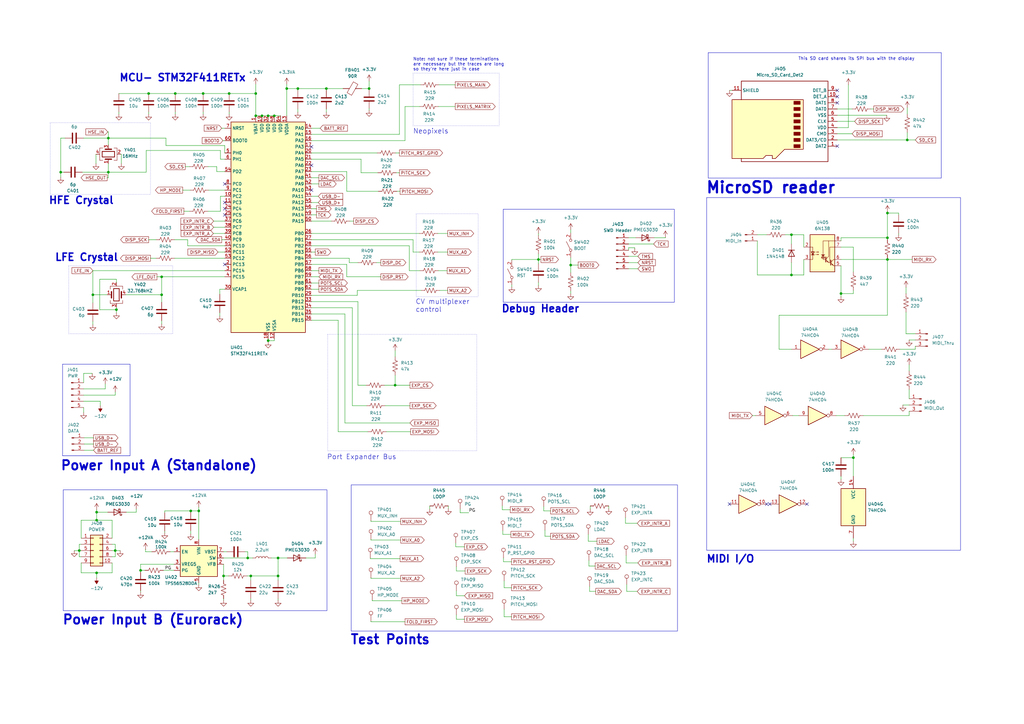
<source format=kicad_sch>
(kicad_sch (version 20231120) (generator "eeschema") (generator_version "8.0")
  (paper "A3")
  (junction (at 324.612 96.266))
  (junction (at 112.522 47.498))
  (junction (at 122.174 36.322))
  (junction (at 47.244 225.806))
  (junction (at 344.932 120.396))
  (junction (at 44.45 56.642))
  (junction (at 107.442 47.498))
  (junction (at 109.982 139.7))
  (junction (at 39.624 234.95))
  (junction (at 234.061 108.712))
  (junction (at 60.96 38.354))
  (junction (at 39.624 213.36))
  (junction (at 32.512 225.806))
  (junction (at 44.45 70.612))
  (junction (at 39.624 210.058))
  (junction (at 350.012 187.706))
  (junction (at 81.534 209.55))
  (junction (at 114.046 228.854))
  (junction (at 66.294 120.904))
  (junction (at 91.694 236.22))
  (junction (at 133.858 36.322))
  (junction (at 38.1 120.904))
  (junction (at 109.982 47.498))
  (junction (at 71.882 38.354))
  (junction (at 162.052 157.988))
  (junction (at 114.046 236.22))
  (junction (at 363.982 87.376))
  (junction (at 363.982 97.536))
  (junction (at 151.384 36.322))
  (junction (at 104.902 47.498))
  (junction (at 101.6 228.854))
  (junction (at 47.752 127))
  (junction (at 24.892 70.612))
  (junction (at 117.602 36.322))
  (junction (at 102.87 236.22))
  (junction (at 104.902 38.354))
  (junction (at 324.612 112.776))
  (junction (at 78.232 209.55))
  (junction (at 66.294 113.538))
  (junction (at 220.853 106.426))
  (junction (at 363.982 106.426))
  (junction (at 372.11 57.404))
  (junction (at 57.658 233.934))
  (junction (at 83.312 38.354))
  (junction (at 93.98 38.354))
  (no_connect (at 92.202 85.598))
  (no_connect (at 92.202 75.438))
  (no_connect (at 127.762 77.978))
  (no_connect (at 343.408 59.944))
  (no_connect (at 92.202 108.458))
  (no_connect (at 299.212 206.756))
  (no_connect (at 315.722 206.756))
  (no_connect (at 330.962 206.756))
  (no_connect (at 343.408 42.164))
  (no_connect (at 314.452 206.756))
  (no_connect (at 92.202 88.138))
  (no_connect (at 343.408 39.624))
  (no_connect (at 343.408 37.084))
  (no_connect (at 92.202 83.058))
  (no_connect (at 127.762 60.198))
  (no_connect (at 127.762 67.818))
  (wire (pts (xy 33.782 70.612) (xy 44.45 70.612)))
  (wire (pts (xy 151.892 229.108) (xy 164.084 229.108)))
  (wire (pts (xy 152.654 246.126) (xy 152.654 246.38)))
  (wire (pts (xy 88.9 68.326) (xy 88.9 70.358)))
  (wire (pts (xy 187.198 232.41) (xy 187.198 234.188)))
  (wire (pts (xy 183.896 207.518) (xy 183.896 208.534)))
  (wire (pts (xy 43.942 120.904) (xy 38.1 120.904)))
  (wire (pts (xy 57.658 242.316) (xy 57.658 242.824)))
  (wire (pts (xy 57.658 233.934) (xy 59.436 233.934)))
  (wire (pts (xy 205.994 209.042) (xy 209.296 209.042)))
  (wire (pts (xy 256.54 212.344) (xy 256.54 214.63)))
  (wire (pts (xy 127.762 105.918) (xy 143.256 105.918)))
  (wire (pts (xy 67.564 209.55) (xy 67.564 210.312)))
  (wire (pts (xy 206.248 219.202) (xy 209.55 219.202)))
  (wire (pts (xy 38.1 131.826) (xy 38.1 133.096)))
  (wire (pts (xy 91.694 245.618) (xy 91.694 246.126)))
  (wire (pts (xy 78.232 210.058) (xy 78.232 209.55)))
  (wire (pts (xy 143.256 107.696) (xy 146.812 107.696)))
  (wire (pts (xy 329.692 101.346) (xy 329.692 96.266)))
  (wire (pts (xy 260.35 101.6) (xy 260.35 101.981)))
  (wire (pts (xy 142.24 113.538) (xy 156.21 113.538)))
  (wire (pts (xy 361.442 143.256) (xy 356.362 143.256)))
  (wire (pts (xy 256.54 214.63) (xy 261.366 214.63)))
  (wire (pts (xy 206.248 217.678) (xy 206.248 219.202)))
  (wire (pts (xy 64.389 113.538) (xy 66.294 113.538)))
  (wire (pts (xy 310.642 96.266) (xy 314.452 96.266)))
  (wire (pts (xy 372.872 163.576) (xy 372.872 159.766)))
  (wire (pts (xy 146.812 157.988) (xy 150.114 157.988)))
  (wire (pts (xy 33.274 230.886) (xy 33.274 234.95)))
  (wire (pts (xy 162.052 153.924) (xy 162.052 157.988)))
  (wire (pts (xy 40.894 114.554) (xy 40.894 127)))
  (wire (pts (xy 112.522 139.7) (xy 109.982 139.7)))
  (wire (pts (xy 344.932 187.706) (xy 350.012 187.706)))
  (wire (pts (xy 144.526 166.37) (xy 150.368 166.37)))
  (wire (pts (xy 44.45 56.642) (xy 68.072 56.642)))
  (wire (pts (xy 372.11 57.404) (xy 375.412 57.404)))
  (wire (pts (xy 40.894 127) (xy 47.752 127)))
  (wire (pts (xy 138.684 177.038) (xy 150.876 177.038)))
  (wire (pts (xy 33.274 223.266) (xy 32.512 223.266)))
  (wire (pts (xy 339.852 143.256) (xy 341.122 143.256)))
  (wire (pts (xy 162.56 70.866) (xy 163.83 70.866)))
  (wire (pts (xy 152.654 246.38) (xy 164.846 246.38)))
  (wire (pts (xy 257.81 100.076) (xy 268.097 100.076)))
  (wire (pts (xy 368.554 95.758) (xy 368.554 96.266)))
  (wire (pts (xy 133.858 36.322) (xy 140.716 36.322)))
  (wire (pts (xy 249.682 207.518) (xy 249.682 208.534)))
  (wire (pts (xy 148.082 70.866) (xy 154.94 70.866)))
  (wire (pts (xy 344.932 98.806) (xy 344.932 97.536)))
  (wire (pts (xy 187.198 254) (xy 190.5 254)))
  (wire (pts (xy 357.124 44.704) (xy 358.394 44.704)))
  (wire (pts (xy 157.988 166.37) (xy 168.148 166.37)))
  (wire (pts (xy 127.762 72.898) (xy 130.81 72.898)))
  (wire (pts (xy 34.29 156.972) (xy 34.29 153.162)))
  (wire (pts (xy 81.534 209.55) (xy 81.534 221.234)))
  (wire (pts (xy 114.046 228.854) (xy 117.856 228.854)))
  (wire (pts (xy 354.076 170.434) (xy 372.872 170.434)))
  (wire (pts (xy 117.602 36.322) (xy 117.602 47.498)))
  (wire (pts (xy 344.932 195.326) (xy 344.932 196.596)))
  (wire (pts (xy 47.752 125.984) (xy 47.752 127)))
  (wire (pts (xy 343.408 57.404) (xy 372.11 57.404)))
  (wire (pts (xy 90.424 80.518) (xy 92.202 80.518)))
  (wire (pts (xy 87.63 90.678) (xy 92.202 90.678)))
  (wire (pts (xy 127.762 108.458) (xy 142.24 108.458)))
  (wire (pts (xy 143.256 105.918) (xy 143.256 107.696)))
  (wire (pts (xy 234.061 108.712) (xy 234.061 111.76)))
  (wire (pts (xy 89.408 103.378) (xy 92.202 103.378)))
  (wire (pts (xy 47.244 223.266) (xy 47.244 225.806)))
  (wire (pts (xy 38.1 110.998) (xy 92.202 110.998)))
  (wire (pts (xy 92.202 100.838) (xy 76.962 100.838)))
  (wire (pts (xy 148.336 36.322) (xy 151.384 36.322)))
  (wire (pts (xy 109.982 138.938) (xy 109.982 139.7)))
  (wire (pts (xy 342.9 170.434) (xy 346.456 170.434)))
  (wire (pts (xy 90.424 61.722) (xy 59.944 61.722)))
  (wire (pts (xy 81.534 239.014) (xy 81.534 239.776)))
  (wire (pts (xy 206.756 238.252) (xy 206.756 241.046)))
  (wire (pts (xy 257.048 242.57) (xy 261.366 242.57)))
  (wire (pts (xy 257.81 101.6) (xy 260.35 101.6)))
  (wire (pts (xy 268.351 97.536) (xy 272.923 97.536)))
  (wire (pts (xy 24.892 70.612) (xy 24.892 56.642)))
  (wire (pts (xy 127.762 90.678) (xy 135.89 90.678)))
  (wire (pts (xy 47.244 228.346) (xy 45.974 228.346)))
  (wire (pts (xy 299.212 37.084) (xy 300.228 37.084)))
  (wire (pts (xy 375.412 143.256) (xy 369.062 143.256)))
  (wire (pts (xy 32.512 223.266) (xy 32.512 225.806)))
  (wire (pts (xy 234.061 94.234) (xy 234.061 95.504)))
  (wire (pts (xy 38.1 120.904) (xy 38.1 124.206)))
  (wire (pts (xy 71.882 45.974) (xy 71.882 46.736)))
  (wire (pts (xy 60.96 45.974) (xy 60.96 46.736)))
  (wire (pts (xy 223.012 207.772) (xy 223.012 209.55)))
  (wire (pts (xy 104.902 34.544) (xy 104.902 38.354)))
  (wire (pts (xy 344.932 108.966) (xy 344.932 120.396)))
  (wire (pts (xy 188.722 210.312) (xy 192.278 210.312)))
  (wire (pts (xy 66.294 131.572) (xy 66.294 132.842)))
  (wire (pts (xy 43.942 72.898) (xy 44.45 72.898)))
  (wire (pts (xy 223.52 217.424) (xy 223.52 219.964)))
  (wire (pts (xy 78.232 217.678) (xy 78.232 218.948)))
  (wire (pts (xy 347.98 34.798) (xy 347.98 52.324)))
  (wire (pts (xy 242.062 207.518) (xy 242.062 208.788)))
  (wire (pts (xy 39.624 209.042) (xy 39.624 210.058)))
  (wire (pts (xy 57.658 233.934) (xy 57.658 234.696)))
  (wire (pts (xy 127.762 83.058) (xy 130.556 83.058)))
  (wire (pts (xy 257.048 239.776) (xy 257.048 242.57)))
  (wire (pts (xy 151.892 228.854) (xy 151.892 229.108)))
  (wire (pts (xy 152.146 236.982) (xy 152.146 237.236)))
  (wire (pts (xy 375.412 141.986) (xy 375.412 143.256)))
  (wire (pts (xy 241.3 221.996) (xy 241.3 219.202)))
  (wire (pts (xy 347.98 52.324) (xy 343.408 52.324)))
  (wire (pts (xy 188.722 208.788) (xy 188.722 210.312)))
  (wire (pts (xy 157.734 157.988) (xy 162.052 157.988)))
  (wire (pts (xy 324.612 100.076) (xy 324.612 96.266)))
  (wire (pts (xy 44.196 54.102) (xy 44.45 54.102)))
  (wire (pts (xy 179.578 103.378) (xy 183.642 103.378)))
  (wire (pts (xy 223.52 219.964) (xy 225.806 219.964)))
  (wire (pts (xy 141.478 128.778) (xy 141.478 173.482)))
  (wire (pts (xy 34.29 164.592) (xy 41.148 164.592)))
  (wire (pts (xy 81.534 208.026) (xy 81.534 209.55)))
  (wire (pts (xy 34.29 162.052) (xy 47.244 162.052)))
  (wire (pts (xy 163.83 34.798) (xy 172.466 34.798)))
  (wire (pts (xy 85.598 77.978) (xy 92.202 77.978)))
  (wire (pts (xy 66.294 113.538) (xy 92.202 113.538)))
  (wire (pts (xy 220.853 104.14) (xy 220.853 106.426)))
  (wire (pts (xy 83.312 38.354) (xy 93.98 38.354)))
  (wire (pts (xy 206.502 228.854) (xy 206.502 230.378)))
  (wire (pts (xy 127.762 116.078) (xy 130.81 116.078)))
  (wire (pts (xy 152.146 254.762) (xy 152.146 255.016)))
  (wire (pts (xy 146.558 121.158) (xy 146.558 119.126)))
  (wire (pts (xy 151.384 33.274) (xy 151.384 36.322)))
  (wire (pts (xy 372.11 54.356) (xy 372.11 57.404)))
  (wire (pts (xy 39.37 63.246) (xy 39.37 67.056)))
  (wire (pts (xy 308.61 170.434) (xy 309.88 170.434)))
  (wire (pts (xy 127.762 62.738) (xy 154.686 62.738)))
  (wire (pts (xy 180.086 34.798) (xy 186.69 34.798)))
  (wire (pts (xy 117.602 36.322) (xy 122.174 36.322)))
  (wire (pts (xy 310.642 112.776) (xy 324.612 112.776)))
  (wire (pts (xy 51.816 210.058) (xy 55.88 210.058)))
  (wire (pts (xy 47.752 115.824) (xy 47.752 114.554)))
  (wire (pts (xy 74.93 77.978) (xy 77.978 77.978)))
  (wire (pts (xy 90.17 128.27) (xy 90.17 129.54)))
  (wire (pts (xy 93.98 38.354) (xy 104.902 38.354)))
  (wire (pts (xy 363.982 129.286) (xy 363.982 106.426)))
  (wire (pts (xy 92.202 65.278) (xy 90.424 65.278)))
  (wire (pts (xy 34.29 159.512) (xy 43.18 159.512)))
  (wire (pts (xy 34.544 184.658) (xy 38.354 184.658)))
  (wire (pts (xy 319.532 143.256) (xy 319.532 129.286)))
  (wire (pts (xy 127.762 100.838) (xy 167.894 100.838)))
  (wire (pts (xy 152.146 255.016) (xy 166.116 255.016)))
  (wire (pts (xy 32.512 225.806) (xy 33.274 225.806)))
  (wire (pts (xy 91.694 226.314) (xy 92.964 226.314)))
  (wire (pts (xy 57.658 231.394) (xy 57.658 233.934)))
  (wire (pts (xy 344.932 120.396) (xy 344.932 121.666)))
  (wire (pts (xy 343.408 54.864) (xy 349.504 54.864)))
  (wire (pts (xy 146.812 123.698) (xy 146.812 157.988)))
  (wire (pts (xy 127.762 88.138) (xy 129.794 88.138)))
  (wire (pts (xy 90.424 65.278) (xy 90.424 61.722)))
  (wire (pts (xy 107.442 47.498) (xy 109.982 47.498)))
  (wire (pts (xy 76.962 98.298) (xy 71.628 98.298)))
  (wire (pts (xy 122.174 44.704) (xy 122.174 45.974)))
  (wire (pts (xy 41.148 164.592) (xy 41.148 166.37)))
  (wire (pts (xy 68.072 59.69) (xy 92.202 59.69)))
  (wire (pts (xy 179.832 43.688) (xy 186.69 43.688)))
  (wire (pts (xy 33.274 228.346) (xy 32.512 228.346)))
  (wire (pts (xy 146.558 119.126) (xy 172.72 119.126)))
  (wire (pts (xy 101.346 236.22) (xy 102.87 236.22)))
  (wire (pts (xy 78.232 209.55) (xy 81.534 209.55)))
  (wire (pts (xy 143.51 90.678) (xy 145.034 90.678)))
  (wire (pts (xy 363.982 97.536) (xy 363.982 98.298)))
  (wire (pts (xy 85.344 86.614) (xy 90.424 86.614)))
  (wire (pts (xy 257.81 105.156) (xy 261.62 105.156)))
  (wire (pts (xy 234.061 105.664) (xy 234.061 108.712)))
  (wire (pts (xy 244.856 221.996) (xy 241.3 221.996)))
  (wire (pts (xy 241.554 232.156) (xy 244.094 232.156)))
  (wire (pts (xy 319.532 129.286) (xy 363.982 129.286)))
  (wire (pts (xy 34.29 153.162) (xy 37.846 153.162)))
  (wire (pts (xy 163.83 55.118) (xy 163.83 34.798)))
  (wire (pts (xy 152.146 221.234) (xy 152.146 221.488)))
  (wire (pts (xy 44.45 70.612) (xy 44.45 72.898)))
  (wire (pts (xy 206.756 252.984) (xy 206.756 249.936)))
  (wire (pts (xy 343.408 47.244) (xy 363.728 47.244)))
  (wire (pts (xy 127.762 121.158) (xy 146.558 121.158)))
  (wire (pts (xy 127.762 126.238) (xy 144.526 126.238)))
  (wire (pts (xy 45.974 220.726) (xy 45.974 213.36)))
  (wire (pts (xy 133.858 44.704) (xy 133.858 45.974)))
  (wire (pts (xy 88.9 70.358) (xy 92.202 70.358)))
  (wire (pts (xy 350.012 119.126) (xy 350.012 120.396)))
  (wire (pts (xy 343.408 44.704) (xy 349.504 44.704)))
  (wire (pts (xy 60.96 38.354) (xy 71.882 38.354)))
  (wire (pts (xy 127.762 128.778) (xy 141.478 128.778)))
  (wire (pts (xy 372.872 139.446) (xy 375.412 139.446)))
  (wire (pts (xy 206.756 241.046) (xy 209.804 241.046)))
  (wire (pts (xy 100.584 226.314) (xy 101.6 226.314)))
  (wire (pts (xy 363.982 105.918) (xy 363.982 106.426)))
  (wire (pts (xy 223.012 209.55) (xy 225.806 209.55)))
  (wire (pts (xy 127.762 123.698) (xy 146.812 123.698)))
  (wire (pts (xy 38.1 110.998) (xy 38.1 120.904)))
  (wire (pts (xy 47.752 127) (xy 47.752 128.27)))
  (wire (pts (xy 241.808 242.57) (xy 244.348 242.57)))
  (wire (pts (xy 127.762 70.358) (xy 142.24 70.358)))
  (wire (pts (xy 234.061 108.712) (xy 237.109 108.712)))
  (wire (pts (xy 91.44 57.658) (xy 92.202 57.658)))
  (wire (pts (xy 91.694 236.22) (xy 91.694 237.998)))
  (wire (pts (xy 44.45 67.056) (xy 44.45 70.612)))
  (wire (pts (xy 122.174 36.322) (xy 122.174 37.084)))
  (wire (pts (xy 33.274 213.36) (xy 39.624 213.36)))
  (wire (pts (xy 169.418 103.378) (xy 171.958 103.378)))
  (wire (pts (xy 127.762 52.578) (xy 131.318 52.578)))
  (wire (pts (xy 49.784 63.246) (xy 49.53 63.246)))
  (wire (pts (xy 368.554 87.376) (xy 363.982 87.376)))
  (wire (pts (xy 310.642 98.806) (xy 310.642 112.776)))
  (wire (pts (xy 92.202 59.69) (xy 92.202 62.738)))
  (wire (pts (xy 49.784 67.056) (xy 49.784 63.246)))
  (wire (pts (xy 102.87 236.22) (xy 114.046 236.22)))
  (wire (pts (xy 90.17 120.65) (xy 90.17 118.618)))
  (wire (pts (xy 83.312 45.974) (xy 83.312 46.736)))
  (wire (pts (xy 47.752 114.554) (xy 40.894 114.554)))
  (wire (pts (xy 363.982 106.426) (xy 374.142 106.426)))
  (wire (pts (xy 71.882 38.354) (xy 83.312 38.354)))
  (wire (pts (xy 33.274 220.726) (xy 33.274 213.36)))
  (wire (pts (xy 256.794 230.886) (xy 256.794 227.838)))
  (wire (pts (xy 206.502 230.378) (xy 209.804 230.378)))
  (wire (pts (xy 344.932 101.346) (xy 350.012 101.346)))
  (wire (pts (xy 261.62 230.886) (xy 256.794 230.886)))
  (wire (pts (xy 44.45 70.612) (xy 59.944 70.612)))
  (wire (pts (xy 39.624 210.058) (xy 39.624 213.36)))
  (wire (pts (xy 109.982 139.7) (xy 109.982 140.208)))
  (wire (pts (xy 371.602 128.016) (xy 371.602 136.906)))
  (wire (pts (xy 142.24 108.458) (xy 142.24 113.538)))
  (wire (pts (xy 363.982 86.868) (xy 363.982 87.376)))
  (wire (pts (xy 109.982 47.498) (xy 112.522 47.498)))
  (wire (pts (xy 152.146 221.488) (xy 164.338 221.488)))
  (wire (pts (xy 127.762 65.278) (xy 148.082 65.278)))
  (wire (pts (xy 114.046 236.22) (xy 114.046 228.854)))
  (wire (pts (xy 47.244 225.806) (xy 49.276 225.806)))
  (wire (pts (xy 102.87 245.618) (xy 102.87 246.126)))
  (wire (pts (xy 257.81 102.616) (xy 257.81 101.6)))
  (wire (pts (xy 90.17 118.618) (xy 92.202 118.618)))
  (wire (pts (xy 87.63 93.218) (xy 92.202 93.218)))
  (wire (pts (xy 33.274 234.95) (xy 39.624 234.95)))
  (wire (pts (xy 205.994 207.518) (xy 205.994 209.042)))
  (wire (pts (xy 350.012 220.726) (xy 350.012 221.996)))
  (wire (pts (xy 24.892 56.642) (xy 26.67 56.642)))
  (wire (pts (xy 48.768 38.354) (xy 60.96 38.354)))
  (wire (pts (xy 101.6 228.854) (xy 103.632 228.854)))
  (wire (pts (xy 162.052 143.764) (xy 162.052 146.304)))
  (wire (pts (xy 372.11 44.196) (xy 372.11 46.736)))
  (wire (pts (xy 127.762 103.378) (xy 129.286 103.378)))
  (wire (pts (xy 368.554 88.138) (xy 368.554 87.376)))
  (wire (pts (xy 190.5 244.348) (xy 187.198 244.348)))
  (wire (pts (xy 220.853 115.824) (xy 220.853 117.094)))
  (wire (pts (xy 179.578 95.758) (xy 183.642 95.758)))
  (wire (pts (xy 133.858 36.322) (xy 133.858 37.084)))
  (wire (pts (xy 30.48 225.806) (xy 32.512 225.806)))
  (wire (pts (xy 209.931 106.68) (xy 209.931 106.426)))
  (wire (pts (xy 162.052 157.988) (xy 168.148 157.988)))
  (wire (pts (xy 127.762 131.318) (xy 138.684 131.318)))
  (wire (pts (xy 45.974 230.886) (xy 45.974 234.95)))
  (wire (pts (xy 67.564 209.55) (xy 78.232 209.55)))
  (wire (pts (xy 220.853 95.758) (xy 220.853 96.52)))
  (wire (pts (xy 169.418 98.298) (xy 169.418 103.378)))
  (wire (pts (xy 93.98 45.974) (xy 93.98 46.736)))
  (wire (pts (xy 39.624 236.982) (xy 39.624 234.95)))
  (wire (pts (xy 127.762 95.758) (xy 171.958 95.758)))
  (wire (pts (xy 324.612 96.266) (xy 329.692 96.266)))
  (wire (pts (xy 114.046 236.22) (xy 114.046 237.998)))
  (wire (pts (xy 257.81 107.696) (xy 261.62 107.696)))
  (wire (pts (xy 68.072 56.642) (xy 68.072 59.69)))
  (wire (pts (xy 34.29 56.642) (xy 44.45 56.642)))
  (wire (pts (xy 87.503 95.758) (xy 92.202 95.758)))
  (wire (pts (xy 111.252 228.854) (xy 114.046 228.854)))
  (wire (pts (xy 66.294 120.904) (xy 51.562 120.904)))
  (wire (pts (xy 370.332 166.116) (xy 372.872 166.116)))
  (wire (pts (xy 47.244 162.052) (xy 47.244 160.782)))
  (wire (pts (xy 350.012 101.346) (xy 350.012 111.506)))
  (wire (pts (xy 104.902 47.498) (xy 107.442 47.498)))
  (wire (pts (xy 24.892 70.612) (xy 26.162 70.612)))
  (wire (pts (xy 66.294 113.538) (xy 66.294 120.904)))
  (wire (pts (xy 350.012 187.706) (xy 350.012 195.326)))
  (wire (pts (xy 363.982 87.376) (xy 363.982 97.536)))
  (wire (pts (xy 209.931 116.84) (xy 209.931 117.602)))
  (wire (pts (xy 112.522 47.498) (xy 115.062 47.498)))
  (wire (pts (xy 114.046 245.618) (xy 114.046 246.126)))
  (wire (pts (xy 176.276 207.518) (xy 176.276 208.788)))
  (wire (pts (xy 32.512 228.346) (xy 32.512 225.806)))
  (wire (pts (xy 45.974 223.266) (xy 47.244 223.266)))
  (wire (pts (xy 344.932 106.426) (xy 363.982 106.426)))
  (wire (pts (xy 325.12 170.434) (xy 327.66 170.434)))
  (wire (pts (xy 127.762 57.658) (xy 166.116 57.658)))
  (wire (pts (xy 167.894 110.998) (xy 172.212 110.998)))
  (wire (pts (xy 344.932 97.536) (xy 363.982 97.536)))
  (wire (pts (xy 186.944 224.282) (xy 190.5 224.282)))
  (wire (pts (xy 144.526 126.238) (xy 144.526 166.37)))
  (wire (pts (xy 85.344 68.326) (xy 88.9 68.326)))
  (wire (pts (xy 152.146 237.236) (xy 164.338 237.236)))
  (wire (pts (xy 148.082 65.278) (xy 148.082 70.866)))
  (wire (pts (xy 122.174 36.322) (xy 133.858 36.322)))
  (wire (pts (xy 187.198 234.188) (xy 190.754 234.188)))
  (wire (pts (xy 324.612 143.256) (xy 319.532 143.256)))
  (wire (pts (xy 141.478 173.482) (xy 168.148 173.482)))
  (wire (pts (xy 371.602 136.906) (xy 375.412 136.906)))
  (wire (pts (xy 75.438 86.614) (xy 77.724 86.614)))
  (wire (pts (xy 166.116 57.658) (xy 166.116 43.688)))
  (wire (pts (xy 142.24 78.486) (xy 155.194 78.486)))
  (wire (pts (xy 158.496 177.038) (xy 168.402 177.038)))
  (wire (pts (xy 91.694 228.854) (xy 101.6 228.854)))
  (wire (pts (xy 90.932 52.578) (xy 92.202 52.578)))
  (wire (pts (xy 127.762 98.298) (xy 169.418 98.298)))
  (wire (pts (xy 45.974 213.36) (xy 39.624 213.36)))
  (wire (pts (xy 167.894 100.838) (xy 167.894 110.998)))
  (wire (pts (xy 117.602 34.544) (xy 117.602 36.322)))
  (wire (pts (xy 187.198 244.348) (xy 187.198 242.316)))
  (wire (pts (xy 61.722 105.918) (xy 64.008 105.918)))
  (wire (pts (xy 322.072 96.266) (xy 324.612 96.266)))
  (wire (pts (xy 257.81 97.536) (xy 260.731 97.536)))
  (wire (pts (xy 186.944 222.758) (xy 186.944 224.282)))
  (wire (pts (xy 44.45 56.642) (xy 44.45 59.436)))
  (wire (pts (xy 39.624 210.058) (xy 44.196 210.058)))
  (wire (pts (xy 151.384 36.322) (xy 151.384 36.83)))
  (wire (pts (xy 162.306 62.738) (xy 163.83 62.738)))
  (wire (pts (xy 163.83 55.118) (xy 127.762 55.118)))
  (wire (pts (xy 324.612 112.776) (xy 329.692 112.776)))
  (wire (pts (xy 152.146 213.614) (xy 152.146 213.868)))
  (wire (pts (xy 90.424 86.614) (xy 90.424 80.518)))
  (wire (pts (xy 127.762 113.538) (xy 130.81 113.538)))
  (wire (pts (xy 142.24 70.358) (xy 142.24 78.486)))
  (wire (pts (xy 44.45 54.102) (xy 44.45 56.642)))
  (wire (pts (xy 179.832 110.998) (xy 183.388 110.998)))
  (wire (pts (xy 112.522 138.938) (xy 112.522 139.7)))
  (wire (pts (xy 47.244 225.806) (xy 47.244 228.346)))
  (wire (pts (xy 93.726 236.22) (xy 91.694 236.22)))
  (wire (pts (xy 138.684 131.318) (xy 138.684 177.038)))
  (wire (pts (xy 343.408 49.784) (xy 350.52 49.784)))
  (wire (pts (xy 59.69 226.314) (xy 59.69 225.298)))
  (wire (pts (xy 344.932 120.396) (xy 350.012 120.396)))
  (wire (pts (xy 45.974 225.806) (xy 47.244 225.806)))
  (wire (pts (xy 102.87 236.22) (xy 102.87 237.998)))
  (wire (pts (xy 372.872 168.656) (xy 372.872 170.434)))
  (wire (pts (xy 209.804 252.984) (xy 206.756 252.984)))
  (wire (pts (xy 62.23 226.314) (xy 59.69 226.314)))
  (wire (pts (xy 220.853 106.426) (xy 221.869 106.426)))
  (wire (pts (xy 59.944 61.722) (xy 59.944 70.612)))
  (wire (pts (xy 129.286 228.854) (xy 129.286 227.33)))
  (wire (pts (xy 34.29 167.132) (xy 34.29 169.164)))
  (wire (pts (xy 257.81 110.236) (xy 261.62 110.236)))
  (wire (pts (xy 127.762 110.998) (xy 130.81 110.998)))
  (wire (pts (xy 76.962 100.838) (xy 76.962 98.298)))
  (wire (pts (xy 101.6 226.314) (xy 101.6 228.854)))
  (wire (pts (xy 209.931 106.426) (xy 220.853 106.426)))
  (wire (pts (xy 104.902 38.354) (xy 104.902 47.498)))
  (wire (pts (xy 66.294 120.904) (xy 66.294 123.952)))
  (wire (pts (xy 241.808 240.538) (xy 241.808 242.57)))
  (wire (pts (xy 67.564 217.932) (xy 67.564 218.44)))
  (wire (pts (xy 372.872 149.606) (xy 372.872 152.146)))
  (wire (pts (xy 127.762 85.598) (xy 129.794 85.598)))
  (wire (pts (xy 154.432 107.696) (xy 156.21 107.696)))
  (wire (pts (xy 43.18 159.512) (xy 43.18 157.48)))
  (wire (pts (xy 55.88 210.058) (xy 55.88 208.788)))
  (wire (pts (xy 125.476 228.854) (xy 129.286 228.854)))
  (wire (pts (xy 187.198 252.222) (xy 187.198 254)))
  (wire (pts (xy 91.694 231.394) (xy 91.694 236.22)))
  (wire (pts (xy 127.762 75.438) (xy 130.81 75.438)))
  (wire (pts (xy 272.923 97.536) (xy 272.923 97.282)))
  (wire (pts (xy 162.814 78.486) (xy 164.084 78.486)))
  (wire (pts (xy 220.853 106.426) (xy 220.853 108.204)))
  (wire (pts (xy 234.061 119.38) (xy 234.061 120.396)))
  (wire (pts (xy 151.384 44.45) (xy 151.384 45.212)))
  (wire (pts (xy 127.762 118.618) (xy 130.81 118.618)))
  (wire (pts (xy 64.008 98.298) (xy 60.96 98.298)))
  (wire (pts (xy 24.892 72.644) (xy 24.892 70.612)))
  (wire (pts (xy 90.932 98.298) (xy 92.202 98.298)))
  (wire (pts (xy 34.544 182.118) (xy 38.354 182.118)))
  (wire (pts (xy 180.34 119.126) (xy 183.642 119.126)))
  (wire (pts (xy 48.768 45.974) (xy 48.768 46.736)))
  (wire (pts (xy 324.612 107.696) (xy 324.612 112.776)))
  (wire (pts (xy 241.554 229.87) (xy 241.554 232.156)))
  (wire (pts (xy 152.146 213.868) (xy 164.338 213.868)))
  (wire (pts (xy 67.056 233.934) (xy 71.374 233.934)))
  (wire (pts (xy 75.946 68.326) (xy 77.724 68.326)))
  (wire (pts (xy 350.012 186.436) (xy 350.012 187.706)))
  (wire (pts (xy 329.692 112.776) (xy 329.692 106.426)))
  (wire (pts (xy 166.116 43.688) (xy 172.212 43.688)))
  (wire (pts (xy 34.544 179.578) (xy 38.354 179.578)))
  (wire (pts (xy 371.602 117.856) (xy 371.602 120.396)))
  (wire (pts (xy 45.974 234.95) (xy 39.624 234.95)))
  (wire (pts (xy 71.374 231.394) (xy 57.658 231.394)))
  (wire (pts (xy 71.628 105.918) (xy 92.202 105.918)))
  (wire (pts (xy 127.762 80.518) (xy 130.556 80.518)))
  (wire (pts (xy 69.85 226.314) (xy 71.374 226.314)))
  (rectangle (start 170.688 87.63) (end 196.088 121.666) (stroke (width 0) (type dot)))
  (rectangle (start 144.018 198.882) (end 277.876 258.826))
  (rectangle (start 169.418 29.972) (end 204.724 51.562) (stroke (width 0) (type dot)))
  (rectangle (start 290.449 21.59) (end 386.08 73.025))
  (rectangle (start 289.814 81.026) (end 393.954 225.679))
  (rectangle (start 206.375 85.852) (end 276.606 123.952))
  (rectangle (start 20.574 50.292) (end 61.722 79.756) (stroke (width 0) (type dot)))
  (rectangle (start 134.366 137.16) (end 195.58 184.912) (stroke (width 0) (type dot)))
  (rectangle (start 25.908 200.914) (end 134.112 250.444))
  (rectangle (start 25.654 149.352) (end 53.34 186.944))
  (rectangle (start 28.194 108.966) (end 70.866 136.906) (stroke (width 0) (type dot)))
  (text "Neopixels" (at 169.418 55.118 0) (effects (font (size 2 2)) (justify left bottom)))
  (text "HFE Crystal" (at 19.812 84.074 0) (effects (font (size 3 3) (thickness 0.6) (bold yes)) (justify left bottom)))
  (text "CV multiplexer\ncontrol" (at 170.434 128.27 0) (effects (font (size 2 2)) (justify left bottom)))
  (text "LFE Crystal" (at 22.352 107.442 0) (effects (font (size 3 3) (thickness 0.6) (bold yes)) (justify left bottom)))
  (text "Power Input A (Standalone)" (at 24.638 193.294 0) (effects (font (size 3.81 3.81) (thickness 0.762) (bold yes)) (justify left bottom)))
  (text "Power Input B (Eurorack)" (at 25.4 256.54 0) (effects (font (size 3.81 3.81) (thickness 0.762) (bold yes)) (justify left bottom)))
  (text "Note: not sure if these terminations\nare necessary but the traces are long\nso they're here just in case" (at 169.418 26.416 0) (effects (font (size 1.27 1.27)) (justify left)))
  (text "Debug Header" (at 205.486 128.524 0) (effects (font (size 3 3) (thickness 0.6) (bold yes)) (justify left bottom)))
  (text "Test Points" (at 143.51 264.668 0) (effects (font (size 3.81 3.81) (thickness 0.762) (bold yes)) (justify left bottom)))
  (text "MIDI I/O" (at 289.56 231.14 0) (effects (font (size 3 3) (thickness 0.6) (bold yes)) (justify left bottom)))
  (text "MCU- STM32F411RETx" (at 48.768 33.782 0) (effects (font (size 3 3) (thickness 0.6) (bold yes)) (justify left bottom)))
  (text "Port Expander Bus" (at 134.112 188.722 0) (effects (font (size 2 2)) (justify left bottom)))
  (text "MicroSD reader" (at 289.306 79.756 0) (effects (font (size 4.572 4.572) (thickness 0.9144) (bold yes)) (justify left bottom)))
  (text "This SD card shares its SPI bus with the display" (at 375.158 24.892 0) (effects (font (size 1.27 1.27)) (justify right bottom)))
  (label "PG" (at 67.564 233.934 0))
  (label "PG" (at 192.278 210.312 0))
  (global_label "EXP_MISO" (shape input) (at 168.148 173.482 0) (property "Intersheetrefs" "${INTERSHEET_REFS}" (effects (hide yes))))
  (global_label "SWO" (shape output) (at 129.286 103.378 0) (property "Intersheetrefs" "${INTERSHEET_REFS}" (effects (hide yes))))
  (global_label "MUX_A0" (shape output) (at 183.642 103.378 0) (property "Intersheetrefs" "${INTERSHEET_REFS}" (effects (hide yes))))
  (global_label "MIDI_RX" (shape input) (at 130.81 113.538 0) (property "Intersheetrefs" "${INTERSHEET_REFS}" (effects (hide yes))))
  (global_label "PITCH_MOSI" (shape output) (at 164.084 78.486 0) (property "Intersheetrefs" "${INTERSHEET_REFS}" (effects (hide yes))))
  (global_label "BOOT0" (shape input) (at 91.44 57.658 180) (property "Intersheetrefs" "${INTERSHEET_REFS}" (effects (hide yes))))
  (global_label "EXP_INTR_C" (shape input) (at 261.366 242.57 0) (property "Intersheetrefs" "${INTERSHEET_REFS}" (effects (hide yes))))
  (global_label "EXP_MOSI" (shape output) (at 190.5 254 0) (property "Intersheetrefs" "${INTERSHEET_REFS}" (effects (hide yes))))
  (global_label "FOLD_FIRST" (shape output) (at 75.438 86.614 180) (property "Intersheetrefs" "${INTERSHEET_REFS}" (effects (hide yes))))
  (global_label "EXP_SCK" (shape output) (at 168.148 166.37 0) (property "Intersheetrefs" "${INTERSHEET_REFS}" (effects (hide yes))))
  (global_label "MIDI_RX" (shape output) (at 209.296 209.042 0) (property "Intersheetrefs" "${INTERSHEET_REFS}" (effects (hide yes))))
  (global_label "NRST" (shape input) (at 90.932 52.578 180) (property "Intersheetrefs" "${INTERSHEET_REFS}" (effects (hide yes))))
  (global_label "MIDI_RX" (shape output) (at 374.142 106.426 0) (property "Intersheetrefs" "${INTERSHEET_REFS}" (effects (hide yes))))
  (global_label "LFE_OUT" (shape output) (at 64.389 113.538 180) (property "Intersheetrefs" "${INTERSHEET_REFS}" (effects (hide yes))))
  (global_label "DISP_MISO" (shape output) (at 358.394 44.704 0) (property "Intersheetrefs" "${INTERSHEET_REFS}" (effects (hide yes))))
  (global_label "TMS" (shape output) (at 129.794 85.598 0) (property "Intersheetrefs" "${INTERSHEET_REFS}" (effects (hide yes))))
  (global_label "MUX_INH" (shape output) (at 164.338 213.868 0) (property "Intersheetrefs" "${INTERSHEET_REFS}" (effects (hide yes))))
  (global_label "EXP_INTR_A" (shape input) (at 261.366 214.63 0) (property "Intersheetrefs" "${INTERSHEET_REFS}" (effects (hide yes))))
  (global_label "MUX_A1" (shape output) (at 183.388 110.998 0) (property "Intersheetrefs" "${INTERSHEET_REFS}" (effects (hide yes))))
  (global_label "EXP_INTR_B" (shape input) (at 261.62 230.886 0) (property "Intersheetrefs" "${INTERSHEET_REFS}" (effects (hide yes))))
  (global_label "HP_MODE" (shape output) (at 74.93 77.978 180) (property "Intersheetrefs" "${INTERSHEET_REFS}" (effects (hide yes))))
  (global_label "DAC_SCL" (shape output) (at 244.094 232.156 0) (property "Intersheetrefs" "${INTERSHEET_REFS}" (effects (hide yes))))
  (global_label "PIXELS_MAIN" (shape output) (at 186.69 34.798 0) (property "Intersheetrefs" "${INTERSHEET_REFS}" (effects (hide yes))))
  (global_label "SD_CS" (shape input) (at 375.412 57.404 0) (property "Intersheetrefs" "${INTERSHEET_REFS}" (effects (hide yes))))
  (global_label "HSE_IN" (shape input) (at 44.196 54.102 180) (property "Intersheetrefs" "${INTERSHEET_REFS}" (effects (hide yes))))
  (global_label "DISP_DC" (shape output) (at 156.21 107.696 0) (property "Intersheetrefs" "${INTERSHEET_REFS}" (effects (hide yes))))
  (global_label "TCK" (shape output) (at 129.794 88.138 0) (property "Intersheetrefs" "${INTERSHEET_REFS}" (effects (hide yes))))
  (global_label "USB_D-" (shape output) (at 38.354 182.118 0) (property "Intersheetrefs" "${INTERSHEET_REFS}" (effects (hide yes))))
  (global_label "LFE_IN" (shape input) (at 38.1 110.998 180) (property "Intersheetrefs" "${INTERSHEET_REFS}" (effects (hide yes))))
  (global_label "LDAC" (shape output) (at 244.856 221.996 0) (property "Intersheetrefs" "${INTERSHEET_REFS}" (effects (hide yes))))
  (global_label "SWO" (shape input) (at 261.62 110.236 0) (property "Intersheetrefs" "${INTERSHEET_REFS}" (effects (hide yes))))
  (global_label "MIDI_TX" (shape output) (at 209.55 219.202 0) (property "Intersheetrefs" "${INTERSHEET_REFS}" (effects (hide yes))))
  (global_label "HP_MODE" (shape output) (at 164.846 246.38 0) (property "Intersheetrefs" "${INTERSHEET_REFS}" (effects (hide yes))))
  (global_label "MUX_A0" (shape output) (at 164.338 221.488 0) (property "Intersheetrefs" "${INTERSHEET_REFS}" (effects (hide yes))))
  (global_label "POTS_SCL" (shape output) (at 130.81 116.078 0) (property "Intersheetrefs" "${INTERSHEET_REFS}" (effects (hide yes))))
  (global_label "EXP_CS" (shape output) (at 168.148 157.988 0) (property "Intersheetrefs" "${INTERSHEET_REFS}" (effects (hide yes))))
  (global_label "EXP_MISO" (shape input) (at 190.5 244.348 0) (property "Intersheetrefs" "${INTERSHEET_REFS}" (effects (hide yes))))
  (global_label "DISP_SCK" (shape input) (at 350.52 49.784 0) (property "Intersheetrefs" "${INTERSHEET_REFS}" (effects (hide yes))))
  (global_label "PITCH_RST_GPIO" (shape output) (at 209.804 230.378 0) (property "Intersheetrefs" "${INTERSHEET_REFS}" (effects (hide yes))))
  (global_label "MIDI_TX" (shape input) (at 308.61 170.434 180) (property "Intersheetrefs" "${INTERSHEET_REFS}" (effects (hide yes))))
  (global_label "DAC_SDA" (shape output) (at 90.932 98.298 180) (property "Intersheetrefs" "${INTERSHEET_REFS}" (effects (hide yes))))
  (global_label "TCK" (shape input) (at 268.097 100.076 0) (property "Intersheetrefs" "${INTERSHEET_REFS}" (effects (hide yes))))
  (global_label "BOOT0" (shape output) (at 237.109 108.712 0) (property "Intersheetrefs" "${INTERSHEET_REFS}" (effects (hide yes))))
  (global_label "MUX_INH" (shape output) (at 183.642 95.758 0) (property "Intersheetrefs" "${INTERSHEET_REFS}" (effects (hide yes))))
  (global_label "MUX_A2" (shape output) (at 164.338 237.236 0) (property "Intersheetrefs" "${INTERSHEET_REFS}" (effects (hide yes))))
  (global_label "POTS_SDA" (shape output) (at 225.806 219.964 0) (property "Intersheetrefs" "${INTERSHEET_REFS}" (effects (hide yes))))
  (global_label "MUX_A1" (shape output) (at 164.084 229.108 0) (property "Intersheetrefs" "${INTERSHEET_REFS}" (effects (hide yes))))
  (global_label "DISP_SCK" (shape output) (at 60.96 98.298 180) (property "Intersheetrefs" "${INTERSHEET_REFS}" (effects (hide yes))))
  (global_label "EXP_SCK" (shape output) (at 190.754 234.188 0) (property "Intersheetrefs" "${INTERSHEET_REFS}" (effects (hide yes))))
  (global_label "FOLD_FIRST" (shape output) (at 166.116 255.016 0) (property "Intersheetrefs" "${INTERSHEET_REFS}" (effects (hide yes))))
  (global_label "BATT_REF" (shape input) (at 131.318 52.578 0) (property "Intersheetrefs" "${INTERSHEET_REFS}" (effects (hide yes))))
  (global_label "EXP_INTR_B" (shape input) (at 87.63 93.218 180) (property "Intersheetrefs" "${INTERSHEET_REFS}" (effects (hide yes))))
  (global_label "LDAC" (shape output) (at 130.81 75.438 0) (property "Intersheetrefs" "${INTERSHEET_REFS}" (effects (hide yes))))
  (global_label "EXP_CS" (shape output) (at 190.5 224.282 0) (property "Intersheetrefs" "${INTERSHEET_REFS}" (effects (hide yes))))
  (global_label "DISP_MOSI" (shape input) (at 349.504 54.864 0) (property "Intersheetrefs" "${INTERSHEET_REFS}" (effects (hide yes))))
  (global_label "PITCH_SCK" (shape output) (at 209.804 241.046 0) (property "Intersheetrefs" "${INTERSHEET_REFS}" (effects (hide yes))))
  (global_label "DISP_RST" (shape output) (at 156.21 113.538 0) (property "Intersheetrefs" "${INTERSHEET_REFS}" (effects (hide yes))))
  (global_label "PIXELS_MATRIX" (shape output) (at 186.69 43.688 0) (property "Intersheetrefs" "${INTERSHEET_REFS}" (effects (hide yes))))
  (global_label "TMS" (shape input) (at 261.62 105.156 0) (property "Intersheetrefs" "${INTERSHEET_REFS}" (effects (hide yes))))
  (global_label "EXP_INTR_C" (shape input) (at 87.63 90.678 180) (property "Intersheetrefs" "${INTERSHEET_REFS}" (effects (hide yes))))
  (global_label "HSE_OUT" (shape output) (at 43.942 72.898 180) (property "Intersheetrefs" "${INTERSHEET_REFS}" (effects (hide yes))))
  (global_label "PITCH_RST_GPIO" (shape output) (at 163.83 62.738 0) (property "Intersheetrefs" "${INTERSHEET_REFS}" (effects (hide yes))))
  (global_label "DAC_SCL" (shape output) (at 130.81 72.898 0) (property "Intersheetrefs" "${INTERSHEET_REFS}" (effects (hide yes))))
  (global_label "DAC_SDA" (shape output) (at 244.348 242.57 0) (property "Intersheetrefs" "${INTERSHEET_REFS}" (effects (hide yes))))
  (global_label "DISP_MOSI" (shape output) (at 61.722 105.918 180) (property "Intersheetrefs" "${INTERSHEET_REFS}" (effects (hide yes))))
  (global_label "POTS_SCL" (shape output) (at 225.806 209.55 0) (property "Intersheetrefs" "${INTERSHEET_REFS}" (effects (hide yes))))
  (global_label "POTS_SDA" (shape output) (at 130.81 118.618 0) (property "Intersheetrefs" "${INTERSHEET_REFS}" (effects (hide yes))))
  (global_label "USB_D+" (shape input) (at 130.556 83.058 0) (property "Intersheetrefs" "${INTERSHEET_REFS}" (effects (hide yes))))
  (global_label "EXP_MOSI" (shape output) (at 168.402 177.038 0) (property "Intersheetrefs" "${INTERSHEET_REFS}" (effects (hide yes))))
  (global_label "USB_D-" (shape input) (at 130.556 80.518 0) (property "Intersheetrefs" "${INTERSHEET_REFS}" (effects (hide yes))))
  (global_label "SD_CS" (shape output) (at 75.946 68.326 180) (property "Intersheetrefs" "${INTERSHEET_REFS}" (effects (hide yes))))
  (global_label "DISP_CS" (shape output) (at 145.034 90.678 0) (property "Intersheetrefs" "${INTERSHEET_REFS}" (effects (hide yes))))
  (global_label "NRST" (shape output) (at 221.869 106.426 0) (property "Intersheetrefs" "${INTERSHEET_REFS}" (effects (hide yes))))
  (global_label "PITCH_MOSI" (shape output) (at 209.804 252.984 0) (property "Intersheetrefs" "${INTERSHEET_REFS}" (effects (hide yes))))
  (global_label "NRST" (shape input) (at 261.62 107.696 0) (property "Intersheetrefs" "${INTERSHEET_REFS}" (effects (hide yes))))
  (global_label "EXP_INTR_A" (shape input) (at 87.503 95.758 180) (property "Intersheetrefs" "${INTERSHEET_REFS}" (effects (hide yes))))
  (global_label "MUX_A2" (shape output) (at 183.642 119.126 0) (property "Intersheetrefs" "${INTERSHEET_REFS}" (effects (hide yes))))
  (global_label "DISP_MISO" (shape input) (at 89.408 103.378 180) (property "Intersheetrefs" "${INTERSHEET_REFS}" (effects (hide yes))))
  (global_label "BATT_REF" (shape input) (at 38.354 184.658 0) (property "Intersheetrefs" "${INTERSHEET_REFS}" (effects (hide yes))))
  (global_label "USB_D+" (shape output) (at 38.354 179.578 0) (property "Intersheetrefs" "${INTERSHEET_REFS}" (effects (hide yes))))
  (global_label "PITCH_SCK" (shape output) (at 163.83 70.866 0) (property "Intersheetrefs" "${INTERSHEET_REFS}" (effects (hide yes))))
  (global_label "MIDI_TX" (shape output) (at 130.81 110.998 0) (property "Intersheetrefs" "${INTERSHEET_REFS}" (effects (hide yes))))
  (symbol (lib_id "power:+3.3V") (at 234.061 94.234 0) (unit 1)
    (property "Reference" "#PWR0461" (effects (hide yes)))
    (property "Value" "+3.3V" (at 234.061 89.281 0))
  )
  (symbol (lib_id "Device:C") (at 151.384 40.64 0) (unit 1)
    (property "Reference" "C414" (at 154.813 39.37 0) (effects (justify left)))
    (property "Value" "2u2" (at 154.813 41.91 0) (effects (justify left)))
    (property "Footprint" "Capacitor_SMD:C_0805_2012Metric" (effects (hide yes)))
  )
  (symbol (lib_id "Device:R_US") (at 371.602 124.206 0) (unit 1)
    (property "Reference" "R443" (at 373.38 122.936 0) (effects (justify left)))
    (property "Value" "220" (at 373.38 125.476 0) (effects (justify left)))
    (property "Footprint" "Resistor_SMD:R_0805_2012Metric" (effects (hide yes)))
  )
  (symbol (lib_id "Connector:TestPoint") (at 151.892 228.854 0) (unit 1) (in_bom no)
    (property "Reference" "TP403" (at 153.416 224.2819 0) (effects (justify left)))
    (property "Value" "MUX_A1" (at 153.416 226.8219 0) (effects (justify left)))
    (property "Footprint" "TestPoint:TestPoint_THTPad_D1.0mm_Drill0.5mm_VAL" (effects (hide yes)))
    (property "Description" "test point" (effects (hide yes)))
  )
  (symbol (lib_id "Device:R_US") (at 154.178 166.37 90) (unit 1)
    (property "Reference" "R411" (at 154.178 169.418 90))
    (property "Value" "22R" (at 154.178 171.958 90))
    (property "Footprint" "Resistor_SMD:R_0805_2012Metric" (effects (hide yes)))
    (property "Description" "Resistor, US symbol" (effects (hide yes)))
  )
  (symbol (lib_id "Device:C") (at 48.768 42.164 0) (unit 1)
    (property "Reference" "C405" (at 52.832 40.894 0) (effects (justify left)))
    (property "Value" "10u" (at 52.832 43.434 0) (effects (justify left)))
    (property "Footprint" "Capacitor_SMD:C_0805_2012Metric" (effects (hide yes)))
  )
  (symbol (lib_id "power:+3.3V") (at 350.012 186.436 0) (unit 1)
    (property "Reference" "#PWR0497" (effects (hide yes)))
    (property "Value" "+3.3V" (at 350.012 181.483 0))
  )
  (symbol (lib_id "Device:R_US") (at 180.086 207.518 90) (unit 1)
    (property "Reference" "R445" (at 180.086 201.168 90))
    (property "Value" "LOOP" (at 180.086 203.708 90))
    (property "Footprint" "Resistor_THT:R_Axial_DIN0204_L3.6mm_D1.6mm_P5.08mm_Horizontal" (effects (hide yes)))
    (property "Description" "Resistor, US symbol" (effects (hide yes)))
  )
  (symbol (lib_id "Connector:TestPoint") (at 257.048 239.776 0) (unit 1) (in_bom no)
    (property "Reference" "TP423" (at 258.826 235.2039 0) (effects (justify left)))
    (property "Value" "EXP_INTC" (at 258.826 237.7439 0) (effects (justify left)))
    (property "Footprint" "TestPoint:TestPoint_THTPad_D1.0mm_Drill0.5mm_VAL" (effects (hide yes)))
    (property "Description" "test point" (effects (hide yes)))
  )
  (symbol (lib_id "power:GND") (at 30.48 225.806 0) (unit 1)
    (property "Reference" "#PWR0890" (effects (hide yes)))
    (property "Value" "GND" (effects (hide yes)))
  )
  (symbol (lib_id "power:+12VA") (at 81.534 208.026 0) (unit 1)
    (property "Reference" "#PWR0893" (effects (hide yes)))
    (property "Value" "+12VA" (at 81.534 203.2 0))
    (property "Description" "Power symbol creates a global label with name \"+12VA\"" (effects (hide yes)))
  )
  (symbol (lib_id "power:GND") (at 81.534 239.776 0) (unit 1)
    (property "Reference" "#PWR0898" (effects (hide yes)))
    (property "Value" "GND" (effects (hide yes)))
  )
  (symbol (lib_id "Connector:TestPoint") (at 152.146 221.234 0) (unit 1) (in_bom no)
    (property "Reference" "TP402" (at 154.686 216.6619 0) (effects (justify left)))
    (property "Value" "MUX_A0" (at 154.686 219.2019 0) (effects (justify left)))
    (property "Footprint" "TestPoint:TestPoint_THTPad_D1.0mm_Drill0.5mm_VAL" (effects (hide yes)))
    (property "Description" "test point" (effects (hide yes)))
  )
  (symbol (lib_id "Device:C") (at 133.858 40.894 0) (unit 1)
    (property "Reference" "C413" (at 137.287 39.624 0) (effects (justify left)))
    (property "Value" "2u2" (at 137.287 42.164 0) (effects (justify left)))
    (property "Footprint" "Capacitor_SMD:C_0805_2012Metric" (effects (hide yes)))
  )
  (symbol (lib_id "power:+3.3V") (at 220.853 95.758 0) (unit 1)
    (property "Reference" "#PWR0454" (effects (hide yes)))
    (property "Value" "+3.3V" (at 220.853 90.805 0))
  )
  (symbol (lib_id "74xx:74HC04") (at 306.832 206.756 0) (unit 5)
    (property "Reference" "U404" (at 306.832 198.628 0))
    (property "Value" "74HC04" (at 306.832 201.168 0))
    (property "Footprint" "Package_SO:SOIC-14_3.9x8.7mm_P1.27mm" (effects (hide yes)))
    (property "Datasheet" "https://assets.nexperia.com/documents/data-sheet/74HC_HCT04.pdf" (effects (hide yes)))
  )
  (symbol (lib_id "Device:R_US") (at 159.004 78.486 90) (unit 1)
    (property "Reference" "R422" (at 159.004 81.534 90))
    (property "Value" "22R" (at 159.004 84.074 90))
    (property "Footprint" "Resistor_SMD:R_0805_2012Metric" (effects (hide yes)))
    (property "Description" "Resistor, US symbol" (effects (hide yes)))
  )
  (symbol (lib_id "Connector:Conn_01x03_Pin") (at 377.952 166.116 0) (mirror y) (unit 1)
    (property "Reference" "J406" (at 378.968 164.846 0) (effects (justify right)))
    (property "Value" "MIDI_Out" (at 378.968 167.386 0) (effects (justify right)))
    (property "Footprint" "Connector_PinHeader_2.54mm:PinHeader_1x03_P2.54mm_Vertical" (effects (hide yes)))
  )
  (symbol (lib_id "Connector:TestPoint") (at 187.198 232.41 0) (unit 1) (in_bom no)
    (property "Reference" "TP408" (at 188.976 227.8379 0) (effects (justify left)))
    (property "Value" "EXP_SCK" (at 188.976 230.3779 0) (effects (justify left)))
    (property "Footprint" "TestPoint:TestPoint_THTPad_D1.0mm_Drill0.5mm_VAL" (effects (hide yes)))
    (property "Description" "test point" (effects (hide yes)))
  )
  (symbol (lib_id "power:GND") (at 370.332 166.116 0) (unit 1)
    (property "Reference" "#PWR0502" (effects (hide yes)))
    (property "Value" "GND" (effects (hide yes)))
  )
  (symbol (lib_id "power:GND") (at 78.232 218.948 0) (unit 1)
    (property "Reference" "#PWR0894" (effects (hide yes)))
    (property "Value" "GND" (effects (hide yes)))
  )
  (symbol (lib_id "Device:C") (at 30.48 56.642 90) (unit 1)
    (property "Reference" "C402" (at 30.607 60.452 90))
    (property "Value" "6p" (at 30.48 51.943 90))
    (property "Footprint" "Capacitor_SMD:C_0805_2012Metric" (effects (hide yes)))
  )
  (symbol (lib_id "power:GND") (at 48.768 46.736 0) (unit 1)
    (property "Reference" "#PWR0458" (effects (hide yes)))
    (property "Value" "GND" (effects (hide yes)))
  )
  (symbol (lib_id "Connector:TestPoint") (at 241.3 219.202 0) (unit 1) (in_bom no)
    (property "Reference" "TP420" (at 243.586 214.6299 0) (effects (justify left)))
    (property "Value" "LDAC" (at 243.586 217.1699 0) (effects (justify left)))
    (property "Footprint" "TestPoint:TestPoint_THTPad_D1.0mm_Drill0.5mm_VAL" (effects (hide yes)))
    (property "Description" "test point" (effects (hide yes)))
  )
  (symbol (lib_id "Device:C") (at 83.312 42.164 0) (unit 1)
    (property "Reference" "C409" (at 86.36 40.894 0) (effects (justify left)))
    (property "Value" "100n" (at 86.36 43.434 0) (effects (justify left)))
    (property "Footprint" "Capacitor_SMD:C_0805_2012Metric" (effects (hide yes)))
  )
  (symbol (lib_id "power:GND") (at 234.061 120.396 0) (mirror y) (unit 1)
    (property "Reference" "#PWR0462" (effects (hide yes)))
    (property "Value" "GND" (effects (hide yes)))
  )
  (symbol (lib_id "Device:Crystal_GND24") (at 44.45 63.246 270) (mirror x) (unit 1)
    (property "Reference" "Y401" (at 53.34 61.468 90))
    (property "Value" "16MHz" (at 53.34 64.008 90))
    (property "Footprint" "Crystal:Crystal_SMD_EuroQuartz_MT-4Pin_3.2x2.5mm" (effects (hide yes)))
  )
  (symbol (lib_id "Device:R_US") (at 162.052 150.114 0) (unit 1)
    (property "Reference" "R413" (at 164.338 148.8439 0) (effects (justify left)))
    (property "Value" "47k" (at 164.338 151.3839 0) (effects (justify left)))
    (property "Footprint" "Resistor_SMD:R_0805_2012Metric" (effects (hide yes)))
  )
  (symbol (lib_id "Device:R_US") (at 81.534 86.614 90) (unit 1)
    (property "Reference" "R406" (at 81.534 81.788 90))
    (property "Value" "22R" (at 81.534 84.328 90))
    (property "Footprint" "Resistor_SMD:R_0805_2012Metric" (effects (hide yes)))
    (property "Description" "Resistor, US symbol" (effects (hide yes)))
  )
  (symbol (lib_id "Diode:1N4148") (at 324.612 103.886 270) (unit 1)
    (property "Reference" "D401" (at 321.818 102.616 90) (effects (justify right)))
    (property "Value" "1N4148" (at 321.818 105.156 90) (effects (justify right)))
    (property "Footprint" "Diode_SMD:D_SOD-123" (effects (hide yes)))
    (property "Datasheet" "https://assets.nexperia.com/documents/data-sheet/1N4148_1N4448.pdf" (effects (hide yes)))
    (property "Sim.Device" "D" (effects (hide yes)))
    (property "Sim.Pins" "1=K 2=A" (effects (hide yes)))
  )
  (symbol (lib_id "Connector:TestPoint") (at 152.146 254.762 0) (unit 1) (in_bom no)
    (property "Reference" "TP406" (at 154.686 250.1899 0) (effects (justify left)))
    (property "Value" "FF" (at 154.686 252.7299 0) (effects (justify left)))
    (property "Footprint" "TestPoint:TestPoint_THTPad_D1.0mm_Drill0.5mm_VAL" (effects (hide yes)))
    (property "Description" "test point" (effects (hide yes)))
  )
  (symbol (lib_id "power:GND") (at 151.384 45.212 0) (unit 1)
    (property "Reference" "#PWR0480" (effects (hide yes)))
    (property "Value" "GND" (effects (hide yes)))
  )
  (symbol (lib_id "power:GND") (at 133.858 45.974 0) (unit 1)
    (property "Reference" "#PWR0478" (effects (hide yes)))
    (property "Value" "GND" (effects (hide yes)))
  )
  (symbol (lib_id "power:GND") (at 249.682 208.534 0) (mirror y) (unit 1)
    (property "Reference" "#PWR0825" (effects (hide yes)))
    (property "Value" "GND" (effects (hide yes)))
  )
  (symbol (lib_id "power:GND") (at 91.694 246.126 0) (mirror y) (unit 1)
    (property "Reference" "#PWR0900" (effects (hide yes)))
    (property "Value" "GND" (effects (hide yes)))
  )
  (symbol (lib_id "power:+3.3V") (at 372.872 149.606 0) (unit 1)
    (property "Reference" "#PWR0505" (effects (hide yes)))
    (property "Value" "+3.3V" (at 372.872 145.161 0))
  )
  (symbol (lib_id "Connector_Generic:Conn_02x05_Odd_Even") (at 38.354 225.806 0) (unit 1)
    (property "Reference" "J408" (at 39.624 214.63 0))
    (property "Value" "POWER" (at 39.624 217.17 0))
    (property "Footprint" "Connector_PinHeader_2.54mm:PinHeader_2x05_P2.54mm_Vertical" (effects (hide yes)))
  )
  (symbol (lib_id "power:-12V") (at 39.624 236.982 180) (unit 1)
    (property "Reference" "#PWR0829" (effects (hide yes)))
    (property "Value" "-12V" (at 39.624 241.3 0))
  )
  (symbol (lib_id "Device:R_US") (at 91.694 241.808 0) (unit 1)
    (property "Reference" "R426" (at 85.344 240.538 0) (effects (justify left)))
    (property "Value" "2k7" (at 85.344 243.078 0) (effects (justify left)))
    (property "Footprint" "Resistor_SMD:R_0805_2012Metric" (effects (hide yes)))
  )
  (symbol (lib_id "Connector:Conn_01x03_Pin") (at 380.492 139.446 0) (mirror y) (unit 1)
    (property "Reference" "J407" (at 382.27 138.176 0) (effects (justify right)))
    (property "Value" "MIDI_Thru" (at 382.27 140.716 0) (effects (justify right)))
    (property "Footprint" "Connector_PinHeader_2.54mm:PinHeader_1x03_P2.54mm_Vertical" (effects (hide yes)))
  )
  (symbol (lib_id "Device:C") (at 90.17 124.46 0) (unit 1)
    (property "Reference" "C410" (at 86.868 123.19 0) (effects (justify right)))
    (property "Value" "4u7" (at 86.868 125.73 0) (effects (justify right)))
    (property "Footprint" "Capacitor_SMD:C_0805_2012Metric" (effects (hide yes)))
  )
  (symbol (lib_id "power:GND") (at 344.932 196.596 0) (unit 1)
    (property "Reference" "#PWR0496" (effects (hide yes)))
    (property "Value" "GND" (effects (hide yes)))
  )
  (symbol (lib_id "Device:C") (at 114.046 241.808 0) (mirror y) (unit 1)
    (property "Reference" "C423" (at 117.348 240.538 0) (effects (justify right)))
    (property "Value" "22u" (at 117.348 243.078 0) (effects (justify right)))
    (property "Footprint" "Capacitor_SMD:C_0805_2012Metric" (effects (hide yes)))
  )
  (symbol (lib_id "power:GND") (at 38.1 133.096 0) (unit 1)
    (property "Reference" "#PWR0452" (effects (hide yes)))
    (property "Value" "GND" (effects (hide yes)))
  )
  (symbol (lib_id "power:GND") (at 49.784 67.056 0) (unit 1)
    (property "Reference" "#PWR0459" (effects (hide yes)))
    (property "Value" "GND" (effects (hide yes)))
  )
  (symbol (lib_id "Device:R_US") (at 363.982 102.108 0) (unit 1)
    (property "Reference" "R440" (at 365.76 100.838 0) (effects (justify left)))
    (property "Value" "220" (at 365.76 103.378 0) (effects (justify left)))
    (property "Footprint" "Resistor_SMD:R_0805_2012Metric" (effects (hide yes)))
  )
  (symbol (lib_id "Connector:TestPoint") (at 256.794 227.838 0) (unit 1) (in_bom no)
    (property "Reference" "TP422" (at 258.826 223.2659 0) (effects (justify left)))
    (property "Value" "EXP_INTB" (at 258.826 225.8059 0) (effects (justify left)))
    (property "Footprint" "TestPoint:TestPoint_THTPad_D1.0mm_Drill0.5mm_VAL" (effects (hide yes)))
    (property "Description" "test point" (effects (hide yes)))
  )
  (symbol (lib_id "Device:C") (at 368.554 91.948 0) (unit 1)
    (property "Reference" "C424" (at 371.983 90.678 0) (effects (justify left)))
    (property "Value" "100n" (at 371.983 93.218 0) (effects (justify left)))
    (property "Footprint" "Capacitor_SMD:C_0805_2012Metric" (effects (hide yes)))
  )
  (symbol (lib_id "power:GND") (at 60.96 46.736 0) (unit 1)
    (property "Reference" "#PWR0465" (effects (hide yes)))
    (property "Value" "GND" (effects (hide yes)))
  )
  (symbol (lib_id "Connector:TestPoint") (at 152.146 213.614 0) (unit 1) (in_bom no)
    (property "Reference" "TP401" (at 154.686 209.0419 0) (effects (justify left)))
    (property "Value" "MUX_INH" (at 154.686 211.5819 0) (effects (justify left)))
    (property "Footprint" "TestPoint:TestPoint_THTPad_D1.0mm_Drill0.5mm_VAL" (effects (hide yes)))
    (property "Description" "test point" (effects (hide yes)))
  )
  (symbol (lib_id "Connector:TestPoint") (at 152.654 246.126 0) (unit 1) (in_bom no)
    (property "Reference" "TP405" (at 154.686 241.5539 0) (effects (justify left)))
    (property "Value" "HP_MODE" (at 154.686 244.0939 0) (effects (justify left)))
    (property "Footprint" "TestPoint:TestPoint_THTPad_D1.0mm_Drill0.5mm_VAL" (effects (hide yes)))
    (property "Description" "test point" (effects (hide yes)))
  )
  (symbol (lib_id "Connector:TestPoint") (at 223.52 217.424 0) (unit 1) (in_bom no)
    (property "Reference" "TP417" (at 225.806 212.8519 0) (effects (justify left)))
    (property "Value" "POTS_SDA" (at 225.806 215.3919 0) (effects (justify left)))
    (property "Footprint" "TestPoint:TestPoint_THTPad_D1.0mm_Drill0.5mm_VAL" (effects (hide yes)))
    (property "Description" "test point" (effects (hide yes)))
  )
  (symbol (lib_id "Device:C") (at 96.774 226.314 270) (mirror x) (unit 1)
    (property "Reference" "C421" (at 96.774 218.694 90))
    (property "Value" "100n" (at 96.774 221.234 90))
    (property "Footprint" "Capacitor_SMD:C_0805_2012Metric" (effects (hide yes)))
  )
  (symbol (lib_id "power:+12VA") (at 39.624 209.042 0) (unit 1)
    (property "Reference" "#PWR0828" (effects (hide yes)))
    (property "Value" "+12VA" (at 39.624 204.216 0))
    (property "Description" "Power symbol creates a global label with name \"+12VA\"" (effects (hide yes)))
  )
  (symbol (lib_id "Device:C") (at 67.564 214.122 0) (unit 1)
    (property "Reference" "C419" (at 64.262 212.852 0) (effects (justify right)))
    (property "Value" "10u" (at 64.262 215.392 0) (effects (justify right)))
    (property "Footprint" "Capacitor_SMD:C_0805_2012Metric" (effects (hide yes)))
  )
  (symbol (lib_id "Device:R_US") (at 154.686 177.038 90) (unit 1)
    (property "Reference" "R412" (at 154.686 180.086 90))
    (property "Value" "22R" (at 154.686 182.626 90))
    (property "Footprint" "Resistor_SMD:R_0805_2012Metric" (effects (hide yes)))
    (property "Description" "Resistor, US symbol" (effects (hide yes)))
  )
  (symbol (lib_id "74xx:74HC04") (at 332.232 143.256 0) (unit 1)
    (property "Reference" "U404" (at 332.232 135.001 0))
    (property "Value" "74HC04" (at 332.232 137.541 0))
    (property "Footprint" "Package_SO:SOIC-14_3.9x8.7mm_P1.27mm" (effects (hide yes)))
    (property "Datasheet" "https://assets.nexperia.com/documents/data-sheet/74HC_HCT04.pdf" (effects (hide yes)))
  )
  (symbol (lib_id "Device:D_Schottky") (at 264.541 97.536 180) (unit 1)
    (property "Reference" "D402" (at 264.8585 91.694 0))
    (property "Value" "PMEG3030" (at 264.8585 94.234 0))
    (property "Footprint" "Diode_SMD:D_SOD-123" (effects (hide yes)))
  )
  (symbol (lib_id "74xx:74HC04") (at 348.742 143.256 0) (unit 2)
    (property "Reference" "U404" (at 348.742 135.128 0))
    (property "Value" "74HC04" (at 348.742 137.668 0))
    (property "Footprint" "Package_SO:SOIC-14_3.9x8.7mm_P1.27mm" (effects (hide yes)))
    (property "Datasheet" "https://assets.nexperia.com/documents/data-sheet/74HC_HCT04.pdf" (effects (hide yes)))
  )
  (symbol (lib_id "Device:R_US") (at 220.853 100.33 0) (unit 1)
    (property "Reference" "R401" (at 222.885 99.06 0) (effects (justify left)))
    (property "Value" "100k" (at 222.885 101.6 0) (effects (justify left)))
    (property "Footprint" "Resistor_SMD:R_0805_2012Metric" (effects (hide yes)))
  )
  (symbol (lib_id "power:+3.3V") (at 129.286 227.33 0) (unit 1)
    (property "Reference" "#PWR0910" (effects (hide yes)))
    (property "Value" "+3.3V" (at 129.286 222.631 0))
  )
  (symbol (lib_id "Connector:TestPoint") (at 187.198 242.316 0) (unit 1) (in_bom no)
    (property "Reference" "TP409" (at 188.976 237.7439 0) (effects (justify left)))
    (property "Value" "EXP_MISO" (at 188.976 240.2839 0) (effects (justify left)))
    (property "Footprint" "TestPoint:TestPoint_THTPad_D1.0mm_Drill0.5mm_VAL" (effects (hide yes)))
    (property "Description" "test point" (effects (hide yes)))
  )
  (symbol (lib_id "MCU_ST_STM32F4:STM32F411RETx") (at 109.982 93.218 0) (unit 1)
    (property "Reference" "U401" (at 94.488 142.494 0) (effects (justify left)))
    (property "Value" "STM32F411RETx" (at 94.488 145.034 0) (effects (justify left)))
    (property "Footprint" "Package_QFP:LQFP-64_10x10mm_P0.5mm" (effects (hide yes)))
    (property "Datasheet" "https://www.st.com/resource/en/datasheet/stm32f411re.pdf" (effects (hide yes)))
  )
  (symbol (lib_id "power:GND") (at 102.87 246.126 0) (unit 1)
    (property "Reference" "#PWR0908" (effects (hide yes)))
    (property "Value" "GND" (effects (hide yes)))
  )
  (symbol (lib_id "power:GND") (at 83.312 46.736 0) (unit 1)
    (property "Reference" "#PWR0471" (effects (hide yes)))
    (property "Value" "GND" (effects (hide yes)))
  )
  (symbol (lib_id "power:+3.3V") (at 371.602 117.856 0) (unit 1)
    (property "Reference" "#PWR0503" (effects (hide yes)))
    (property "Value" "+3.3V" (at 371.602 113.411 0))
  )
  (symbol (lib_id "Device:C") (at 344.932 191.516 0) (unit 1)
    (property "Reference" "C417" (at 337.185 190.246 0) (effects (justify left)))
    (property "Value" "100n" (at 337.185 192.786 0) (effects (justify left)))
    (property "Footprint" "Capacitor_SMD:C_0805_2012Metric" (effects (hide yes)))
  )
  (symbol (lib_id "Device:R_US") (at 97.536 236.22 90) (unit 1)
    (property "Reference" "R425" (at 97.536 231.394 90))
    (property "Value" "12k" (at 97.536 233.68 90))
    (property "Footprint" "Resistor_SMD:R_0805_2012Metric" (effects (hide yes)))
    (property "Description" "Resistor, US symbol" (effects (hide yes)))
  )
  (symbol (lib_id "power:GND") (at 47.752 128.27 0) (unit 1)
    (property "Reference" "#PWR0456" (effects (hide yes)))
    (property "Value" "GND" (effects (hide yes)))
  )
  (symbol (lib_id "Device:C") (at 93.98 42.164 0) (unit 1)
    (property "Reference" "C411" (at 97.282 40.894 0) (effects (justify left)))
    (property "Value" "100n" (at 97.282 43.434 0) (effects (justify left)))
    (property "Footprint" "Capacitor_SMD:C_0805_2012Metric" (effects (hide yes)))
  )
  (symbol (lib_id "power:GND") (at 24.892 72.644 0) (unit 1)
    (property "Reference" "#PWR0450" (effects (hide yes)))
    (property "Value" "GND" (effects (hide yes)))
  )
  (symbol (lib_id "power:GND") (at 372.872 139.446 0) (unit 1)
    (property "Reference" "#PWR0504" (effects (hide yes)))
    (property "Value" "GND" (effects (hide yes)))
  )
  (symbol (lib_id "power:+3.3V") (at 347.98 34.798 0) (unit 1)
    (property "Reference" "#PWR0494" (effects (hide yes)))
    (property "Value" "+3.3V" (at 347.98 29.718 0))
  )
  (symbol (lib_id "Connector:Micro_SD_Card_Det2") (at 320.548 49.784 180) (unit 1)
    (property "Reference" "J405" (at 319.913 28.194 0))
    (property "Value" "Micro_SD_Card_Det2" (at 319.913 30.734 0))
    (property "Footprint" "Connector_Card:microSD_HC_Hirose_DM3D-SF" (effects (hide yes)))
    (property "Datasheet" "https://www.hirose.com/en/product/document?clcode=&productname=&series=DM3&documenttype=Catalog&lang=en&documentid=D49662_en" (effects (hide yes)))
  )
  (symbol (lib_id "Device:R_US") (at 175.768 103.378 90) (unit 1)
    (property "Reference" "R417" (at 175.768 98.552 90))
    (property "Value" "22R" (at 175.768 101.092 90))
    (property "Footprint" "Resistor_SMD:R_0805_2012Metric" (effects (hide yes)))
    (property "Description" "Resistor, US symbol" (effects (hide yes)))
  )
  (symbol (lib_id "Device:R_US") (at 176.022 110.998 90) (unit 1)
    (property "Reference" "R418" (at 176.022 106.172 90))
    (property "Value" "22R" (at 176.022 108.712 90))
    (property "Footprint" "Resistor_SMD:R_0805_2012Metric" (effects (hide yes)))
    (property "Description" "Resistor, US symbol" (effects (hide yes)))
  )
  (symbol (lib_id "Device:R_US") (at 372.872 155.956 0) (unit 1)
    (property "Reference" "R444" (at 374.65 154.686 0) (effects (justify left)))
    (property "Value" "220" (at 374.65 157.226 0) (effects (justify left)))
    (property "Footprint" "Resistor_SMD:R_0805_2012Metric" (effects (hide yes)))
  )
  (symbol (lib_id "Connector:Conn_01x03_Pin") (at 29.464 182.118 0) (unit 1)
    (property "Reference" "J402" (at 30.099 174.244 0))
    (property "Value" "DATA" (at 30.099 176.784 0))
    (property "Footprint" "Connector_PinHeader_2.54mm:PinHeader_1x03_P2.54mm_Vertical" (effects (hide yes)))
    (property "Description" "Generic connector, single row, 01x03, script generated" (effects (hide yes)))
  )
  (symbol (lib_id "Connector:TestPoint") (at 188.722 208.788 0) (unit 1) (in_bom no)
    (property "Reference" "TP424" (at 190.5 204.2159 0) (effects (justify left)))
    (property "Value" "PG" (at 190.5 206.7559 0) (effects (justify left)))
    (property "Footprint" "TestPoint:TestPoint_THTPad_D1.0mm_Drill0.5mm_VAL" (effects (hide yes)))
    (property "Description" "test point" (effects (hide yes)))
  )
  (symbol (lib_id "Device:R_US") (at 150.622 107.696 90) (unit 1)
    (property "Reference" "R409" (at 150.622 102.87 90))
    (property "Value" "22R" (at 150.622 105.41 90))
    (property "Footprint" "Resistor_SMD:R_0805_2012Metric" (effects (hide yes)))
    (property "Description" "Resistor, US symbol" (effects (hide yes)))
  )
  (symbol (lib_id "power:GND") (at 114.046 246.126 0) (mirror y) (unit 1)
    (property "Reference" "#PWR0909" (effects (hide yes)))
    (property "Value" "GND" (effects (hide yes)))
  )
  (symbol (lib_id "power:+3.3V") (at 162.052 143.764 0) (unit 1)
    (property "Reference" "#PWR0481" (effects (hide yes)))
    (property "Value" "+3.3V" (at 162.052 139.319 0))
  )
  (symbol (lib_id "Device:L") (at 107.442 228.854 90) (unit 1)
    (property "Reference" "L401" (at 107.442 223.012 90))
    (property "Value" "2.2uH" (at 107.442 225.552 90))
    (property "Footprint" "Inductor_SMD:L_Abracon_ASPI-4030S" (effects (hide yes)))
    (property "Description" "Inductor" (effects (hide yes)))
  )
  (symbol (lib_id "Device:R_US") (at 372.11 50.546 0) (unit 1)
    (property "Reference" "R442" (at 374.396 49.2759 0) (effects (justify left)))
    (property "Value" "47k" (at 374.396 51.8159 0) (effects (justify left)))
    (property "Footprint" "Resistor_SMD:R_0805_2012Metric" (effects (hide yes)))
  )
  (symbol (lib_id "Device:Crystal_GND23") (at 47.752 120.904 0) (unit 1)
    (property "Reference" "Y402" (at 57.404 116.7131 0))
    (property "Value" "32.768kHZ" (at 57.404 119.2531 0))
    (property "Footprint" "Crystal:Crystal_SMD_SeikoEpson_MC306-4Pin_8.0x3.2mm" (effects (hide yes)))
  )
  (symbol (lib_id "power:GND") (at 66.294 132.842 0) (unit 1)
    (property "Reference" "#PWR0467" (effects (hide yes)))
    (property "Value" "GND" (effects (hide yes)))
  )
  (symbol (lib_id "Device:C") (at 78.232 213.868 0) (unit 1)
    (property "Reference" "C418" (at 74.93 212.598 0) (effects (justify right)))
    (property "Value" "10u" (at 74.93 215.138 0) (effects (justify right)))
    (property "Footprint" "Capacitor_SMD:C_0805_2012Metric" (effects (hide yes)))
  )
  (symbol (lib_id "Device:R_US") (at 67.818 98.298 90) (unit 1)
    (property "Reference" "R403" (at 67.818 93.472 90))
    (property "Value" "22R" (at 67.818 96.012 90))
    (property "Footprint" "Resistor_SMD:R_0805_2012Metric" (effects (hide yes)))
    (property "Description" "Resistor, US symbol" (effects (hide yes)))
  )
  (symbol (lib_id "power:GND") (at 122.174 45.974 0) (unit 1)
    (property "Reference" "#PWR0477" (effects (hide yes)))
    (property "Value" "GND" (effects (hide yes)))
  )
  (symbol (lib_id "Connector:TestPoint") (at 241.808 240.538 0) (unit 1) (in_bom no)
    (property "Reference" "TP419" (at 243.586 235.9659 0) (effects (justify left)))
    (property "Value" "DAC_SDA" (at 243.586 238.5059 0) (effects (justify left)))
    (property "Footprint" "TestPoint:TestPoint_THTPad_D1.0mm_Drill0.5mm_VAL" (effects (hide yes)))
    (property "Description" "test point" (effects (hide yes)))
  )
  (symbol (lib_id "power:GND") (at 93.98 46.736 0) (unit 1)
    (property "Reference" "#PWR0473" (effects (hide yes)))
    (property "Value" "GND" (effects (hide yes)))
  )
  (symbol (lib_id "Device:R_US") (at 318.262 96.266 270) (unit 1)
    (property "Reference" "R436" (at 318.262 90.932 90))
    (property "Value" "220" (at 318.262 93.472 90))
    (property "Footprint" "Resistor_SMD:R_0805_2012Metric" (effects (hide yes)))
  )
  (symbol (lib_id "Device:C") (at 38.1 128.016 0) (unit 1)
    (property "Reference" "C403" (at 34.798 126.746 0) (effects (justify right)))
    (property "Value" "6p" (at 34.798 129.286 0) (effects (justify right)))
    (property "Footprint" "Capacitor_SMD:C_0805_2012Metric" (effects (hide yes)))
  )
  (symbol (lib_id "Device:D_Schottky") (at 121.666 228.854 180) (unit 1)
    (property "Reference" "D404" (at 121.9835 223.012 0))
    (property "Value" "PMEG3030" (at 121.9835 225.552 0))
    (property "Footprint" "Diode_SMD:D_SOD-123" (effects (hide yes)))
  )
  (symbol (lib_id "power:+12VA") (at 59.69 225.298 0) (unit 1)
    (property "Reference" "#PWR0897" (effects (hide yes)))
    (property "Value" "+12VA" (at 59.69 220.472 0))
    (property "Description" "Power symbol creates a global label with name \"+12VA\"" (effects (hide yes)))
  )
  (symbol (lib_id "Device:C") (at 71.882 42.164 0) (unit 1)
    (property "Reference" "C408" (at 75.819 40.894 0) (effects (justify left)))
    (property "Value" "100n" (at 75.819 43.434 0) (effects (justify left)))
    (property "Footprint" "Capacitor_SMD:C_0805_2012Metric" (effects (hide yes)))
  )
  (symbol (lib_id "Connector:TestPoint") (at 206.756 249.936 0) (unit 1) (in_bom no)
    (property "Reference" "TP413" (at 209.296 245.3639 0) (effects (justify left)))
    (property "Value" "PITCH_MOSI" (at 209.296 247.9039 0) (effects (justify left)))
    (property "Footprint" "TestPoint:TestPoint_THTPad_D1.0mm_Drill0.5mm_VAL" (effects (hide yes)))
    (property "Description" "test point" (effects (hide yes)))
  )
  (symbol (lib_id "power:-12V") (at 41.148 166.37 180) (unit 1)
    (property "Reference" "#PWR0463" (effects (hide yes)))
    (property "Value" "-12V" (at 41.148 170.688 0))
  )
  (symbol (lib_id "Device:R_US") (at 234.061 115.57 0) (unit 1)
    (property "Reference" "R402" (at 236.601 114.3 0) (effects (justify left)))
    (property "Value" "100k" (at 236.601 116.84 0) (effects (justify left)))
    (property "Footprint" "Resistor_SMD:R_0805_2012Metric" (effects (hide yes)))
  )
  (symbol (lib_id "Device:R_US") (at 63.246 233.934 90) (unit 1)
    (property "Reference" "R423" (at 63.246 236.728 90))
    (property "Value" "100k" (at 63.246 239.268 90))
    (property "Footprint" "Resistor_SMD:R_0805_2012Metric" (effects (hide yes)))
    (property "Description" "Resistor, US symbol" (effects (hide yes)))
  )
  (symbol (lib_id "power:+12V") (at 55.88 208.788 0) (unit 1)
    (property "Reference" "#PWR0892" (effects (hide yes)))
    (property "Value" "+12V" (at 55.88 203.454 0))
  )
  (symbol (lib_id "Device:R_US") (at 66.04 226.314 90) (unit 1)
    (property "Reference" "R424" (at 66.04 222.25 90))
    (property "Value" "100k" (at 66.04 224.282 90))
    (property "Footprint" "Resistor_SMD:R_0805_2012Metric" (effects (hide yes)))
    (property "Description" "Resistor, US symbol" (effects (hide yes)))
  )
  (symbol (lib_id "Connector:TestPoint") (at 256.54 212.344 0) (unit 1) (in_bom no)
    (property "Reference" "TP421" (at 258.826 207.7719 0) (effects (justify left)))
    (property "Value" "EXP_INTA" (at 258.826 210.3119 0) (effects (justify left)))
    (property "Footprint" "TestPoint:TestPoint_THTPad_D1.0mm_Drill0.5mm_VAL" (effects (hide yes)))
    (property "Description" "test point" (effects (hide yes)))
  )
  (symbol (lib_id "Device:R_US") (at 158.496 62.738 90) (unit 1)
    (property "Reference" "R420" (at 158.496 65.786 90))
    (property "Value" "22R" (at 158.496 68.326 90))
    (property "Footprint" "Resistor_SMD:R_0805_2012Metric" (effects (hide yes)))
    (property "Description" "Resistor, US symbol" (effects (hide yes)))
  )
  (symbol (lib_id "power:GND") (at 67.564 218.44 0) (unit 1)
    (property "Reference" "#PWR0895" (effects (hide yes)))
    (property "Value" "GND" (effects (hide yes)))
  )
  (symbol (lib_id "Device:R_US") (at 176.022 43.688 90) (unit 1)
    (property "Reference" "R414" (at 176.022 46.736 90))
    (property "Value" "22R" (at 176.022 49.276 90))
    (property "Footprint" "Resistor_SMD:R_0805_2012Metric" (effects (hide yes)))
    (property "Description" "Resistor, US symbol" (effects (hide yes)))
  )
  (symbol (lib_id "power:GND") (at 39.37 67.056 0) (unit 1)
    (property "Reference" "#PWR0453" (effects (hide yes)))
    (property "Value" "GND" (effects (hide yes)))
  )
  (symbol (lib_id "Connector:Conn_01x02_Pin") (at 305.562 98.806 0) (mirror x) (unit 1)
    (property "Reference" "J404" (at 304.292 96.266 0) (effects (justify right)))
    (property "Value" "MIDI_In" (at 304.292 98.806 0) (effects (justify right)))
    (property "Footprint" "Connector_PinSocket_2.54mm:PinSocket_1x02_P2.54mm_Vertical" (effects (hide yes)))
  )
  (symbol (lib_id "power:GND") (at 37.846 153.162 0) (unit 1)
    (property "Reference" "#PWR0460" (effects (hide yes)))
    (property "Value" "GND" (effects (hide yes)))
  )
  (symbol (lib_id "power:+12V") (at 47.244 160.782 0) (unit 1)
    (property "Reference" "#PWR0466" (effects (hide yes)))
    (property "Value" "+12V" (at 47.244 155.448 0))
  )
  (symbol (lib_id "Device:C") (at 66.294 127.762 0) (unit 1)
    (property "Reference" "C407" (at 62.992 126.492 0) (effects (justify right)))
    (property "Value" "6p" (at 62.992 129.032 0) (effects (justify right)))
    (property "Footprint" "Capacitor_SMD:C_0805_2012Metric" (effects (hide yes)))
  )
  (symbol (lib_id "Device:R_US") (at 350.266 170.434 270) (unit 1)
    (property "Reference" "R437" (at 350.266 173.609 90))
    (property "Value" "220" (at 350.266 176.149 90))
    (property "Footprint" "Resistor_SMD:R_0805_2012Metric" (effects (hide yes)))
  )
  (symbol (lib_id "power:GND") (at 363.728 47.244 0) (unit 1)
    (property "Reference" "#PWR0499" (effects (hide yes)))
    (property "Value" "GND" (effects (hide yes)))
  )
  (symbol (lib_id "Connector:Conn_01x06_Pin") (at 252.73 102.616 0) (unit 1)
    (property "Reference" "J403" (at 253.365 91.948 0))
    (property "Value" "SWD Header" (at 253.365 94.488 0))
    (property "Footprint" "Connector_PinHeader_2.54mm:PinHeader_1x06_P2.54mm_Vertical" (effects (hide yes)))
  )
  (symbol (lib_id "Connector:Conn_01x05_Pin") (at 29.21 162.052 0) (unit 1)
    (property "Reference" "J401" (at 29.845 151.638 0))
    (property "Value" "PWR" (at 29.845 154.178 0))
    (property "Footprint" "Connector_PinHeader_2.54mm:PinHeader_1x05_P2.54mm_Vertical" (effects (hide yes)))
    (property "Description" "Generic connector, single row, 01x05, script generated" (effects (hide yes)))
  )
  (symbol (lib_id "Device:R_US") (at 81.534 68.326 90) (unit 1)
    (property "Reference" "R405" (at 81.534 63.5 90))
    (property "Value" "22R" (at 81.534 66.04 90))
    (property "Footprint" "Resistor_SMD:R_0805_2012Metric" (effects (hide yes)))
    (property "Description" "Resistor, US symbol" (effects (hide yes)))
  )
  (symbol (lib_id "Connector:TestPoint") (at 206.756 238.252 0) (unit 1) (in_bom no)
    (property "Reference" "TP412" (at 209.296 233.6799 0) (effects (justify left)))
    (property "Value" "PITCH_SCK" (at 209.296 236.2199 0) (effects (justify left)))
    (property "Footprint" "TestPoint:TestPoint_THTPad_D1.0mm_Drill0.5mm_VAL" (effects (hide yes)))
    (property "Description" "test point" (effects (hide yes)))
  )
  (symbol (lib_id "power:GND") (at 242.062 208.788 0) (mirror y) (unit 1)
    (property "Reference" "#PWR0824" (effects (hide yes)))
    (property "Value" "GND" (effects (hide yes)))
  )
  (symbol (lib_id "Device:C") (at 122.174 40.894 0) (unit 1)
    (property "Reference" "C412" (at 125.603 39.624 0) (effects (justify left)))
    (property "Value" "100n" (at 125.603 42.164 0) (effects (justify left)))
    (property "Footprint" "Capacitor_SMD:C_0805_2012Metric" (effects (hide yes)))
  )
  (symbol (lib_id "Switch:SW_SPST") (at 234.061 100.584 90) (unit 1)
    (property "Reference" "SW402" (at 235.331 99.314 90) (effects (justify right)))
    (property "Value" "BOOT" (at 235.331 101.854 90) (effects (justify right)))
    (property "Footprint" "Button_Switch_SMD:SW_SPST_B3U-1000P" (effects (hide yes)))
  )
  (symbol (lib_id "power:+3.3V") (at 151.384 33.274 0) (unit 1)
    (property "Reference" "#PWR0479" (effects (hide yes)))
    (property "Value" "+3.3V" (at 151.384 28.448 0))
  )
  (symbol (lib_id "power:GND") (at 183.896 208.534 0) (mirror y) (unit 1)
    (property "Reference" "#PWR0823" (effects (hide yes)))
    (property "Value" "GND" (effects (hide yes)))
  )
  (symbol (lib_id "power:GND") (at 90.17 129.54 0) (unit 1)
    (property "Reference" "#PWR0472" (effects (hide yes)))
    (property "Value" "GND" (effects (hide yes)))
  )
  (symbol (lib_id "Device:R_US") (at 350.012 115.316 0) (unit 1)
    (property "Reference" "R439" (at 352.552 114.0459 0) (effects (justify left)))
    (property "Value" "4k7" (at 352.552 116.5859 0) (effects (justify left)))
    (property "Footprint" "Resistor_SMD:R_0805_2012Metric" (effects (hide yes)))
  )
  (symbol (lib_id "Connector:TestPoint") (at 186.944 222.758 0) (unit 1) (in_bom no)
    (property "Reference" "TP407" (at 188.976 218.1859 0) (effects (justify left)))
    (property "Value" "EXP_CS" (at 188.976 220.7259 0) (effects (justify left)))
    (property "Footprint" "TestPoint:TestPoint_THTPad_D1.0mm_Drill0.5mm_VAL" (effects (hide yes)))
    (property "Description" "test point" (effects (hide yes)))
  )
  (symbol (lib_id "Device:FerriteBead") (at 144.526 36.322 270) (unit 1)
    (property "Reference" "FB401" (at 144.5768 28.702 90))
    (property "Value" "90R" (at 144.5768 31.242 90))
    (property "Footprint" "Inductor_SMD:L_0805_2012Metric" (effects (hide yes)))
  )
  (symbol (lib_id "Device:C") (at 60.96 42.164 0) (unit 1)
    (property "Reference" "C406" (at 64.389 40.894 0) (effects (justify left)))
    (property "Value" "100n" (at 64.389 43.434 0) (effects (justify left)))
    (property "Footprint" "Capacitor_SMD:C_0805_2012Metric" (effects (hide yes)))
  )
  (symbol (lib_id "power:GND") (at 109.982 140.208 0) (unit 1)
    (property "Reference" "#PWR0475" (effects (hide yes)))
    (property "Value" "GND" (effects (hide yes)))
  )
  (symbol (lib_id "power:+3.3V") (at 104.902 34.544 0) (unit 1)
    (property "Reference" "#PWR0474" (effects (hide yes)))
    (property "Value" "+3.3V" (at 104.902 29.591 0))
  )
  (symbol (lib_id "Device:R_US") (at 176.53 119.126 90) (unit 1)
    (property "Reference" "R419" (at 176.53 114.3 90))
    (property "Value" "22R" (at 176.53 116.84 90))
    (property "Footprint" "Resistor_SMD:R_0805_2012Metric" (effects (hide yes)))
    (property "Description" "Resistor, US symbol" (effects (hide yes)))
  )
  (symbol (lib_id "Connector:TestPoint") (at 152.146 236.982 0) (unit 1) (in_bom no)
    (property "Reference" "TP404" (at 154.686 232.4099 0) (effects (justify left)))
    (property "Value" "MUX_A2" (at 154.686 234.9499 0) (effects (justify left)))
    (property "Footprint" "TestPoint:TestPoint_THTPad_D1.0mm_Drill0.5mm_VAL" (effects (hide yes)))
    (property "Description" "test point" (effects (hide yes)))
  )
  (symbol (lib_id "power:GND") (at 49.276 225.806 0) (unit 1)
    (property "Reference" "#PWR0891" (effects (hide yes)))
    (property "Value" "GND" (effects (hide yes)))
  )
  (symbol (lib_id "power:GND") (at 176.276 208.788 0) (mirror y) (unit 1)
    (property "Reference" "#PWR0822" (effects (hide yes)))
    (property "Value" "GND" (effects (hide yes)))
  )
  (symbol (lib_id "Connector:TestPoint") (at 206.502 228.854 0) (unit 1) (in_bom no)
    (property "Reference" "TP411" (at 208.026 224.2819 0) (effects (justify left)))
    (property "Value" "P_RST_GPIO" (at 208.026 226.8219 0) (effects (justify left)))
    (property "Footprint" "TestPoint:TestPoint_THTPad_D1.0mm_Drill0.5mm_VAL" (effects (hide yes)))
    (property "Description" "test point" (effects (hide yes)))
  )
  (symbol (lib_id "power:+3.3V") (at 372.11 44.196 0) (unit 1)
    (property "Reference" "#PWR0501" (effects (hide yes)))
    (property "Value" "+3.3V" (at 372.11 39.751 0))
  )
  (symbol (lib_id "Device:C") (at 29.972 70.612 90) (mirror x) (unit 1)
    (property "Reference" "C401" (at 29.972 78.232 90))
    (property "Value" "6p" (at 29.972 75.692 90))
    (property "Footprint" "Capacitor_SMD:C_0805_2012Metric" (effects (hide yes)))
  )
  (symbol (lib_id "Isolator:6N138") (at 337.312 103.886 0) (unit 1)
    (property "Reference" "U405" (at 337.312 91.186 0))
    (property "Value" "6N138" (at 337.312 93.726 0))
    (property "Footprint" "Package_DIP:DIP-8_W7.62mm" (effects (hide yes)))
    (property "Datasheet" "http://www.onsemi.com/pub/Collateral/HCPL2731-D.pdf" (effects (hide yes)))
    (property "Description" "Low Input Current high Gain Split Darlington Optocouplers, -0.5V to 7V VDD, DIP-8" (effects (hide yes)))
  )
  (symbol (lib_id "power:+3.3VA") (at 117.602 34.544 0) (unit 1)
    (property "Reference" "#PWR0476" (effects (hide yes)))
    (property "Value" "+3.3VA" (at 117.602 29.591 0))
  )
  (symbol (lib_id "74xx:74HC04") (at 350.012 208.026 0) (unit 7)
    (property "Reference" "U404" (at 355.854 206.756 0) (effects (justify left)))
    (property "Value" "74HC04" (at 355.854 209.296 0) (effects (justify left)))
    (property "Footprint" "Package_SO:SOIC-14_3.9x8.7mm_P1.27mm" (effects (hide yes)))
    (property "Datasheet" "https://assets.nexperia.com/documents/data-sheet/74HC_HCT04.pdf" (effects (hide yes)))
  )
  (symbol (lib_id "Device:C") (at 220.853 112.014 0) (mirror y) (unit 1)
    (property "Reference" "C404" (at 224.155 110.744 0) (effects (justify right)))
    (property "Value" "100n" (at 224.155 113.284 0) (effects (justify right)))
    (property "Footprint" "Capacitor_SMD:C_0805_2012Metric" (effects (hide yes)))
  )
  (symbol (lib_id "Connector:TestPoint") (at 187.198 252.222 0) (unit 1) (in_bom no)
    (property "Reference" "TP410" (at 188.976 247.6499 0) (effects (justify left)))
    (property "Value" "EXP_MOSI" (at 188.976 250.1899 0) (effects (justify left)))
    (property "Footprint" "TestPoint:TestPoint_THTPad_D1.0mm_Drill0.5mm_VAL" (effects (hide yes)))
    (property "Description" "test point" (effects (hide yes)))
  )
  (symbol (lib_id "Connector:TestPoint") (at 206.248 217.678 0) (unit 1) (in_bom no)
    (property "Reference" "TP415" (at 208.026 213.1059 0) (effects (justify left)))
    (property "Value" "MIDI_T" (at 208.026 215.6459 0) (effects (justify left)))
    (property "Footprint" "TestPoint:TestPoint_THTPad_D1.0mm_Drill0.5mm_VAL" (effects (hide yes)))
    (property "Description" "test point" (effects (hide yes)))
  )
  (symbol (lib_id "Device:R_US") (at 365.252 143.256 270) (unit 1)
    (property "Reference" "R441" (at 365.252 146.431 90))
    (property "Value" "220" (at 365.252 148.971 90))
    (property "Footprint" "Resistor_SMD:R_0805_2012Metric" (effects (hide yes)))
  )
  (symbol (lib_id "power:GND") (at 57.658 242.824 0) (unit 1)
    (property "Reference" "#PWR0896" (effects (hide yes)))
    (property "Value" "GND" (effects (hide yes)))
  )
  (symbol (lib_id "Device:R_US") (at 153.924 157.988 90) (unit 1)
    (property "Reference" "R410" (at 153.924 161.036 90))
    (property "Value" "22R" (at 153.924 163.576 90))
    (property "Footprint" "Resistor_SMD:R_0805_2012Metric" (effects (hide yes)))
    (property "Description" "Resistor, US symbol" (effects (hide yes)))
  )
  (symbol (lib_id "Device:R_US") (at 139.7 90.678 90) (unit 1)
    (property "Reference" "R408" (at 139.7 85.852 90))
    (property "Value" "22R" (at 139.7 88.392 90))
    (property "Footprint" "Resistor_SMD:R_0805_2012Metric" (effects (hide yes)))
    (property "Description" "Resistor, US symbol" (effects (hide yes)))
  )
  (symbol (lib_id "power:GND") (at 299.212 37.084 0) (unit 1)
    (property "Reference" "#PWR0493" (effects (hide yes)))
    (property "Value" "GND" (effects (hide yes)))
  )
  (symbol (lib_id "74xx:74HC04") (at 323.342 206.756 0) (unit 6)
    (property "Reference" "U404" (at 323.342 197.739 0))
    (property "Value" "74HC04" (at 323.342 200.279 0))
    (property "Footprint" "Package_SO:SOIC-14_3.9x8.7mm_P1.27mm" (effects (hide yes)))
    (property "Datasheet" "https://assets.nexperia.com/documents/data-sheet/74HC_HCT04.pdf" (effects (hide yes)))
  )
  (symbol (lib_id "power:GND") (at 368.554 96.266 0) (unit 1)
    (property "Reference" "#PWR0911" (effects (hide yes)))
    (property "Value" "GND" (effects (hide yes)))
  )
  (symbol (lib_id "Connector:TestPoint") (at 223.012 207.772 0) (unit 1) (in_bom no)
    (property "Reference" "TP416" (at 224.536 203.1999 0) (effects (justify left)))
    (property "Value" "POTS_SCL" (at 224.536 205.7399 0) (effects (justify left)))
    (property "Footprint" "TestPoint:TestPoint_THTPad_D1.0mm_Drill0.5mm_VAL" (effects (hide yes)))
    (property "Description" "test point" (effects (hide yes)))
  )
  (symbol (lib_id "power:GND") (at 260.35 101.981 0) (unit 1)
    (property "Reference" "#PWR0469" (effects (hide yes)))
    (property "Value" "GND" (effects (hide yes)))
  )
  (symbol (lib_id "power:GND") (at 209.931 117.602 0) (mirror y) (unit 1)
    (property "Reference" "#PWR0451" (effects (hide yes)))
    (property "Value" "GND" (effects (hide yes)))
  )
  (symbol (lib_id "Device:R_US") (at 81.788 77.978 90) (unit 1)
    (property "Reference" "R407" (at 81.788 73.152 90))
    (property "Value" "22R" (at 81.788 75.692 90))
    (property "Footprint" "Resistor_SMD:R_0805_2012Metric" (effects (hide yes)))
    (property "Description" "Resistor, US symbol" (effects (hide yes)))
  )
  (symbol (lib_id "Device:D_Schottky") (at 48.006 210.058 180) (unit 1)
    (property "Reference" "D403" (at 48.3235 204.216 0))
    (property "Value" "PMEG3030" (at 48.3235 206.756 0))
    (property "Footprint" "Diode_SMD:D_SOD-123" (effects (hide yes)))
  )
  (symbol (lib_id "Device:R_US") (at 158.75 70.866 90) (unit 1)
    (property "Reference" "R421" (at 158.75 73.914 90))
    (property "Value" "22R" (at 158.75 76.454 90))
    (property "Footprint" "Resistor_SMD:R_0805_2012Metric" (effects (hide yes)))
    (property "Description" "Resistor, US symbol" (effects (hide yes)))
  )
  (symbol (lib_id "Device:R_US") (at 245.872 207.518 90) (unit 1)
    (property "Reference" "R446" (at 245.872 201.168 90))
    (property "Value" "LOOP" (at 245.872 203.708 90))
    (property "Footprint" "Resistor_THT:R_Axial_DIN0204_L3.6mm_D1.6mm_P5.08mm_Horizontal" (effects (hide yes)))
    (property "Description" "Resistor, US symbol" (effects (hide yes)))
  )
  (symbol (lib_id "Connector:TestPoint") (at 241.554 229.87 0) (unit 1) (in_bom no)
    (property "Reference" "TP418" (at 243.586 225.2979 0) (effects (justify left)))
    (property "Value" "DAC_SCL" (at 243.586 227.8379 0) (effects (justify left)))
    (property "Footprint" "TestPoint:TestPoint_THTPad_D1.0mm_Drill0.5mm_VAL" (effects (hide yes)))
    (property "Description" "test point" (effects (hide yes)))
  )
  (symbol (lib_id "Regulator_Switching:TPS56528DDA") (at 81.534 228.854 0) (unit 1)
    (property "Reference" "U402" (at 67.564 236.728 0) (effects (justify left)))
    (property "Value" "TPS56528DDA" (at 67.564 239.268 0) (effects (justify left)))
    (property "Footprint" "Package_SO:Texas_HSOP-8-1EP_3.9x4.9mm_P1.27mm_ThermalVias" (effects (hide yes)))
    (property "Datasheet" "https://www.ti.com/lit/ds/symlink/tps56528.pdf" (effects (hide yes)))
    (property "Description" "5A Synchronous Step-Down Voltage Regulator, Adjustable Output Voltage 0.6-7V, 4.5-18V Input Voltage, SO-8EP" (effects (hide yes)))
  )
  (symbol (lib_id "power:+3.3V") (at 272.923 97.282 0) (unit 1)
    (property "Reference" "#PWR0470" (effects (hide yes)))
    (property "Value" "+3.3V" (at 272.923 92.329 0))
  )
  (symbol (lib_id "power:GND") (at 350.012 221.996 0) (mirror y) (unit 1)
    (property "Reference" "#PWR0498" (effects (hide yes)))
    (property "Value" "GND" (effects (hide yes)))
  )
  (symbol (lib_id "Device:C") (at 102.87 241.808 0) (mirror y) (unit 1)
    (property "Reference" "C422" (at 106.172 240.538 0) (effects (justify right)))
    (property "Value" "22u" (at 106.172 243.078 0) (effects (justify right)))
    (property "Footprint" "Capacitor_SMD:C_0805_2012Metric" (effects (hide yes)))
  )
  (symbol (lib_id "power:GND") (at 344.932 121.666 0) (unit 1)
    (property "Reference" "#PWR0495" (effects (hide yes)))
    (property "Value" "GND" (effects (hide yes)))
  )
  (symbol (lib_id "power:GND") (at 71.882 46.736 0) (unit 1)
    (property "Reference" "#PWR0468" (effects (hide yes)))
    (property "Value" "GND" (effects (hide yes)))
  )
  (symbol (lib_id "power:GND") (at 220.853 117.094 0) (mirror y) (unit 1)
    (property "Reference" "#PWR0455" (effects (hide yes)))
    (property "Value" "GND" (effects (hide yes)))
  )
  (symbol (lib_id "Device:R_US") (at 175.768 95.758 90) (unit 1)
    (property "Reference" "R416" (at 175.768 90.932 90))
    (property "Value" "22R" (at 175.768 93.472 90))
    (property "Footprint" "Resistor_SMD:R_0805_2012Metric" (effects (hide yes)))
    (property "Description" "Resistor, US symbol" (effects (hide yes)))
  )
  (symbol (lib_id "power:+3.3V") (at 43.18 157.48 0) (unit 1)
    (property "Reference" "#PWR0464" (effects (hide yes)))
    (property "Value" "+3.3V" (at 43.18 152.781 0))
  )
  (symbol (lib_id "Connector:TestPoint") (at 205.994 207.518 0) (unit 1) (in_bom no)
    (property "Reference" "TP414" (at 208.026 202.9459 0) (effects (justify left)))
    (property "Value" "MIDI_R" (at 208.026 205.4859 0) (effects (justify left)))
    (property "Footprint" "TestPoint:TestPoint_THTPad_D1.0mm_Drill0.5mm_VAL" (effects (hide yes)))
    (property "Description" "test point" (effects (hide yes)))
  )
  (symbol (lib_id "Switch:SW_SPST") (at 209.931 111.76 90) (unit 1)
    (property "Reference" "SW401" (at 211.963 110.49 90) (effects (justify right)))
    (property "Value" "RST" (at 211.963 113.03 90) (effects (justify right)))
    (property "Footprint" "Button_Switch_SMD:SW_SPST_B3U-1000P" (effects (hide yes)))
  )
  (symbol (lib_id "74xx:74HC04") (at 335.28 170.434 0) (unit 4)
    (property "Reference" "U404" (at 335.28 161.417 0))
    (property "Value" "74HC04" (at 335.28 163.957 0))
    (property "Footprint" "Package_SO:SOIC-14_3.9x8.7mm_P1.27mm" (effects (hide yes)))
    (property "Datasheet" "https://assets.nexperia.com/documents/data-sheet/74HC_HCT04.pdf" (effects (hide yes)))
  )
  (symbol (lib_id "Device:R_US") (at 353.314 44.704 90) (unit 1)
    (property "Reference" "R438" (at 353.314 39.878 90))
    (property "Value" "22R" (at 353.314 42.418 90))
    (property "Footprint" "Resistor_SMD:R_0805_2012Metric" (effects (hide yes)))
    (property "Description" "Resistor, US symbol" (effects (hide yes)))
  )
  (symbol (lib_id "Device:C") (at 57.658 238.506 0) (unit 1)
    (property "Reference" "C420" (at 54.356 237.236 0) (effects (justify right)))
    (property "Value" "470n" (at 54.356 239.776 0) (effects (justify right)))
    (property "Footprint" "Capacitor_SMD:C_0805_2012Metric" (effects (hide yes)))
  )
  (symbol (lib_id "74xx:74HC04") (at 317.5 170.434 0) (unit 3)
    (property "Reference" "U404" (at 317.5 161.417 0))
    (property "Value" "74HC04" (at 317.5 163.957 0))
    (property "Footprint" "Package_SO:SOIC-14_3.9x8.7mm_P1.27mm" (effects (hide yes)))
    (property "Datasheet" "https://assets.nexperia.com/documents/data-sheet/74HC_HCT04.pdf" (effects (hide yes)))
  )
  (symbol (lib_id "Device:R_US") (at 67.818 105.918 90) (unit 1)
    (property "Reference" "R404" (at 67.818 101.092 90))
    (property "Value" "22R" (at 67.818 103.632 90))
    (property "Footprint" "Resistor_SMD:R_0805_2012Metric" (effects (hide yes)))
    (property "Description" "Resistor, US symbol" (effects (hide yes)))
  )
  (symbol (lib_id "power:+3.3V") (at 363.982 86.868 0) (unit 1)
    (property "Reference" "#PWR0500" (effects (hide yes)))
    (property "Value" "+3.3V" (at 363.982 82.423 0))
  )
  (symbol (lib_id "Device:R_US") (at 176.276 34.798 90) (unit 1)
    (property "Reference" "R415" (at 176.276 37.846 90))
    (property "Value" "22R" (at 176.276 40.386 90))
    (property "Footprint" "Resistor_SMD:R_0805_2012Metric" (effects (hide yes)))
    (property "Description" "Resistor, US symbol" (effects (hide yes)))
  )
  (symbol (lib_id "power:GND") (at 34.29 169.164 0) (unit 1)
    (property "Reference" "#PWR0457" (effects (hide yes)))
    (property "Value" "GND" (effects (hide yes)))
  )
)
</source>
